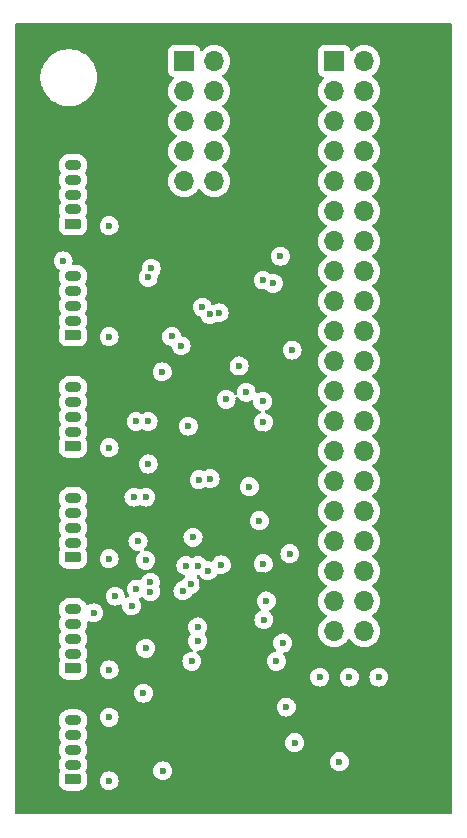
<source format=gbr>
%TF.GenerationSoftware,KiCad,Pcbnew,8.0.7*%
%TF.CreationDate,2025-01-18T12:10:44-08:00*%
%TF.ProjectId,plex-loader,706c6578-2d6c-46f6-9164-65722e6b6963,rev?*%
%TF.SameCoordinates,Original*%
%TF.FileFunction,Copper,L2,Inr*%
%TF.FilePolarity,Positive*%
%FSLAX46Y46*%
G04 Gerber Fmt 4.6, Leading zero omitted, Abs format (unit mm)*
G04 Created by KiCad (PCBNEW 8.0.7) date 2025-01-18 12:10:44*
%MOMM*%
%LPD*%
G01*
G04 APERTURE LIST*
G04 Aperture macros list*
%AMRoundRect*
0 Rectangle with rounded corners*
0 $1 Rounding radius*
0 $2 $3 $4 $5 $6 $7 $8 $9 X,Y pos of 4 corners*
0 Add a 4 corners polygon primitive as box body*
4,1,4,$2,$3,$4,$5,$6,$7,$8,$9,$2,$3,0*
0 Add four circle primitives for the rounded corners*
1,1,$1+$1,$2,$3*
1,1,$1+$1,$4,$5*
1,1,$1+$1,$6,$7*
1,1,$1+$1,$8,$9*
0 Add four rect primitives between the rounded corners*
20,1,$1+$1,$2,$3,$4,$5,0*
20,1,$1+$1,$4,$5,$6,$7,0*
20,1,$1+$1,$6,$7,$8,$9,0*
20,1,$1+$1,$8,$9,$2,$3,0*%
G04 Aperture macros list end*
%TA.AperFunction,ComponentPad*%
%ADD10RoundRect,0.225000X0.475000X-0.225000X0.475000X0.225000X-0.475000X0.225000X-0.475000X-0.225000X0*%
%TD*%
%TA.AperFunction,ComponentPad*%
%ADD11O,1.400000X0.900000*%
%TD*%
%TA.AperFunction,ComponentPad*%
%ADD12R,1.700000X1.700000*%
%TD*%
%TA.AperFunction,ComponentPad*%
%ADD13O,1.700000X1.700000*%
%TD*%
%TA.AperFunction,ViaPad*%
%ADD14C,0.600000*%
%TD*%
G04 APERTURE END LIST*
D10*
%TO.N,/MCLR6*%
%TO.C,J6*%
X55432500Y-114500000D03*
D11*
%TO.N,unconnected-(J6-Pin_2-Pad2)*%
X55432500Y-113250000D03*
%TO.N,unconnected-(J6-Pin_3-Pad3)*%
X55432500Y-112000000D03*
%TO.N,/PGD6*%
X55432500Y-110750000D03*
%TO.N,/PGC6*%
X55432500Y-109500000D03*
%TD*%
D12*
%TO.N,unconnected-(J10-Pin_1-Pad1)*%
%TO.C,J10*%
X64859000Y-53683000D03*
D13*
%TO.N,unconnected-(J10-Pin_2-Pad2)*%
X67399000Y-53683000D03*
%TO.N,unconnected-(J10-Pin_3-Pad3)*%
X64859000Y-56223000D03*
%TO.N,unconnected-(J10-Pin_4-Pad4)*%
X67399000Y-56223000D03*
%TO.N,unconnected-(J10-Pin_5-Pad5)*%
X64859000Y-58763000D03*
%TO.N,unconnected-(J10-Pin_6-Pad6)*%
X67399000Y-58763000D03*
%TO.N,unconnected-(J10-Pin_7-Pad7)*%
X64859000Y-61303000D03*
%TO.N,unconnected-(J10-Pin_8-Pad8)*%
X67399000Y-61303000D03*
%TO.N,unconnected-(J10-Pin_9-Pad9)*%
X64859000Y-63843000D03*
%TO.N,unconnected-(J10-Pin_10-Pad10)*%
X67399000Y-63843000D03*
%TD*%
D10*
%TO.N,/MCLR3*%
%TO.C,J3*%
X55432500Y-86300000D03*
D11*
%TO.N,unconnected-(J3-Pin_2-Pad2)*%
X55432500Y-85050000D03*
%TO.N,unconnected-(J3-Pin_3-Pad3)*%
X55432500Y-83800000D03*
%TO.N,/PGD3*%
X55432500Y-82550000D03*
%TO.N,/PGC3*%
X55432500Y-81300000D03*
%TD*%
D10*
%TO.N,/MCLR4*%
%TO.C,J4*%
X55432500Y-95700000D03*
D11*
%TO.N,unconnected-(J4-Pin_2-Pad2)*%
X55432500Y-94450000D03*
%TO.N,unconnected-(J4-Pin_3-Pad3)*%
X55432500Y-93200000D03*
%TO.N,/PGD4*%
X55432500Y-91950000D03*
%TO.N,/PGC4*%
X55432500Y-90700000D03*
%TD*%
D12*
%TO.N,+3.3V*%
%TO.C,J9*%
X77559000Y-53683000D03*
D13*
%TO.N,+5V*%
X80099000Y-53683000D03*
%TO.N,/GPIO2*%
X77559000Y-56223000D03*
%TO.N,+5V*%
X80099000Y-56223000D03*
%TO.N,/GPIO3*%
X77559000Y-58763000D03*
%TO.N,GND*%
X80099000Y-58763000D03*
%TO.N,unconnected-(J9-Pin_7-Pad7)*%
X77559000Y-61303000D03*
%TO.N,unconnected-(J9-Pin_8-Pad8)*%
X80099000Y-61303000D03*
%TO.N,unconnected-(J9-Pin_9-Pad9)*%
X77559000Y-63843000D03*
%TO.N,unconnected-(J9-Pin_10-Pad10)*%
X80099000Y-63843000D03*
%TO.N,/GPIO17*%
X77559000Y-66383000D03*
%TO.N,/GPIO18*%
X80099000Y-66383000D03*
%TO.N,/GPIO27*%
X77559000Y-68923000D03*
%TO.N,unconnected-(J9-Pin_14-Pad14)*%
X80099000Y-68923000D03*
%TO.N,/GPIO22*%
X77559000Y-71463000D03*
%TO.N,/GPIO23*%
X80099000Y-71463000D03*
%TO.N,unconnected-(J9-Pin_17-Pad17)*%
X77559000Y-74003000D03*
%TO.N,/GPIO24*%
X80099000Y-74003000D03*
%TO.N,/GPIO10*%
X77559000Y-76543000D03*
%TO.N,unconnected-(J9-Pin_20-Pad20)*%
X80099000Y-76543000D03*
%TO.N,unconnected-(J9-Pin_21-Pad21)*%
X77559000Y-79083000D03*
%TO.N,/GPIO25*%
X80099000Y-79083000D03*
%TO.N,unconnected-(J9-Pin_23-Pad23)*%
X77559000Y-81623000D03*
%TO.N,unconnected-(J9-Pin_24-Pad24)*%
X80099000Y-81623000D03*
%TO.N,unconnected-(J9-Pin_25-Pad25)*%
X77559000Y-84163000D03*
%TO.N,unconnected-(J9-Pin_26-Pad26)*%
X80099000Y-84163000D03*
%TO.N,unconnected-(J9-Pin_27-Pad27)*%
X77559000Y-86703000D03*
%TO.N,unconnected-(J9-Pin_28-Pad28)*%
X80099000Y-86703000D03*
%TO.N,unconnected-(J9-Pin_29-Pad29)*%
X77559000Y-89243000D03*
%TO.N,unconnected-(J9-Pin_30-Pad30)*%
X80099000Y-89243000D03*
%TO.N,unconnected-(J9-Pin_31-Pad31)*%
X77559000Y-91783000D03*
%TO.N,unconnected-(J9-Pin_32-Pad32)*%
X80099000Y-91783000D03*
%TO.N,unconnected-(J9-Pin_33-Pad33)*%
X77559000Y-94323000D03*
%TO.N,unconnected-(J9-Pin_34-Pad34)*%
X80099000Y-94323000D03*
%TO.N,unconnected-(J9-Pin_35-Pad35)*%
X77559000Y-96863000D03*
%TO.N,unconnected-(J9-Pin_36-Pad36)*%
X80099000Y-96863000D03*
%TO.N,unconnected-(J9-Pin_37-Pad37)*%
X77559000Y-99403000D03*
%TO.N,unconnected-(J9-Pin_38-Pad38)*%
X80099000Y-99403000D03*
%TO.N,unconnected-(J9-Pin_39-Pad39)*%
X77559000Y-101943000D03*
%TO.N,unconnected-(J9-Pin_40-Pad40)*%
X80099000Y-101943000D03*
%TD*%
D10*
%TO.N,/MCLR2*%
%TO.C,J2*%
X55432500Y-76900000D03*
D11*
%TO.N,unconnected-(J2-Pin_2-Pad2)*%
X55432500Y-75650000D03*
%TO.N,unconnected-(J2-Pin_3-Pad3)*%
X55432500Y-74400000D03*
%TO.N,/PGD2*%
X55432500Y-73150000D03*
%TO.N,/PGC2*%
X55432500Y-71900000D03*
%TD*%
D10*
%TO.N,/MCLR5*%
%TO.C,J5*%
X55432500Y-105100000D03*
D11*
%TO.N,unconnected-(J5-Pin_2-Pad2)*%
X55432500Y-103850000D03*
%TO.N,unconnected-(J5-Pin_3-Pad3)*%
X55432500Y-102600000D03*
%TO.N,/PGD5*%
X55432500Y-101350000D03*
%TO.N,/PGC5*%
X55432500Y-100100000D03*
%TD*%
D10*
%TO.N,/MCLR1*%
%TO.C,J1*%
X55432500Y-67500000D03*
D11*
%TO.N,unconnected-(J1-Pin_2-Pad2)*%
X55432500Y-66250000D03*
%TO.N,unconnected-(J1-Pin_3-Pad3)*%
X55432500Y-65000000D03*
%TO.N,/PGD1*%
X55432500Y-63750000D03*
%TO.N,/PGC1*%
X55432500Y-62500000D03*
%TD*%
D14*
%TO.N,/dspic/B11*%
X74200000Y-111400000D03*
%TO.N,/dspic/B6*%
X60943094Y-94343094D03*
X60400000Y-99800000D03*
X66000000Y-101600000D03*
%TO.N,/dspic/B3*%
X61400000Y-107200000D03*
%TO.N,/dspic/B4*%
X61600000Y-103400000D03*
X57200000Y-100400000D03*
X54600000Y-70600000D03*
%TO.N,/dspic/B5*%
X68000000Y-96340877D03*
X61800000Y-87800000D03*
X60800000Y-84200000D03*
%TO.N,GND*%
X58500000Y-95823750D03*
%TO.N,/GPIO17*%
X60600000Y-90600000D03*
X62052983Y-71241051D03*
X62999997Y-80000000D03*
%TO.N,/GPIO3*%
X63800000Y-77000000D03*
X68400000Y-82324265D03*
%TO.N,/GPIO18*%
X64600000Y-77800000D03*
%TO.N,/GPIO23*%
X73800000Y-95400000D03*
X71800000Y-99400000D03*
%TO.N,VDD*%
X58400000Y-106600000D03*
%TO.N,/dspic/B2*%
X58500000Y-109248750D03*
%TO.N,/dspic/B7*%
X66000000Y-102800000D03*
%TO.N,/GPIO2*%
X73200000Y-102951473D03*
%TO.N,/GPIO10*%
X65200000Y-84600000D03*
X61600000Y-90600000D03*
X73000000Y-70200000D03*
%TO.N,/PGD1*%
X61800000Y-84200000D03*
X61800000Y-72000000D03*
%TO.N,/PGD6*%
X71220728Y-92600000D03*
X71600000Y-101000000D03*
%TO.N,/PGC2*%
X65000000Y-96400000D03*
X61600000Y-95948930D03*
%TO.N,/PGC3*%
X62000000Y-98600000D03*
X64747481Y-98524998D03*
X59005855Y-98984280D03*
%TO.N,/MCLR3*%
X66397936Y-74524998D03*
%TO.N,/MCLR4*%
X67000000Y-75124998D03*
%TO.N,/MCLR5*%
X67800000Y-75000000D03*
%TO.N,/PGC4*%
X66000000Y-96400000D03*
X65600000Y-94000000D03*
%TO.N,/PGC5*%
X62000000Y-97800000D03*
%TO.N,/PGD5*%
X66123526Y-89125001D03*
X60800000Y-98384280D03*
%TO.N,/MCLR6*%
X72651471Y-104500000D03*
X70100000Y-81729275D03*
%TO.N,/dspic/B10*%
X78000000Y-113000000D03*
%TO.N,/PGD8*%
X67048528Y-89048528D03*
%TO.N,/PGC8*%
X65500000Y-104500000D03*
%TO.N,/MCLR8*%
X69500000Y-79500000D03*
%TO.N,VDD*%
X66035000Y-114000000D03*
%TO.N,GND*%
X63035000Y-113775000D03*
X73500000Y-108375000D03*
%TO.N,VDD*%
X73500000Y-100275000D03*
%TO.N,GND*%
X65420000Y-98000000D03*
%TO.N,VDD*%
X67975000Y-98000000D03*
X66380000Y-98000000D03*
%TO.N,/GPIO22*%
X71500000Y-82500000D03*
%TO.N,/GPIO27*%
X72400000Y-72500000D03*
%TO.N,VDD*%
X81331500Y-111132500D03*
%TO.N,GND*%
X81331500Y-105850000D03*
X78831500Y-105850000D03*
X76331500Y-105850000D03*
X58500000Y-114623750D03*
X58500000Y-105223750D03*
X71547199Y-96245001D03*
%TO.N,VDD*%
X71547199Y-97205001D03*
%TO.N,GND*%
X71547199Y-84266301D03*
%TO.N,VDD*%
X71547199Y-85226301D03*
%TO.N,GND*%
X58500000Y-67623750D03*
X58500000Y-77023750D03*
X58500000Y-86423750D03*
X74000000Y-78150000D03*
%TO.N,VDD*%
X71547199Y-73205001D03*
%TO.N,GND*%
X71547199Y-72245001D03*
%TO.N,VDD*%
X71500000Y-57800000D03*
X72449960Y-57800000D03*
X71500000Y-53000000D03*
X72449960Y-53000000D03*
%TO.N,/GPIO24*%
X70372199Y-89725001D03*
%TO.N,/PGC5*%
X66880996Y-96832467D03*
%TD*%
%TA.AperFunction,Conductor*%
%TO.N,VDD*%
G36*
X87492939Y-50520185D02*
G01*
X87538694Y-50572989D01*
X87549900Y-50624500D01*
X87549900Y-117350900D01*
X87530215Y-117417939D01*
X87477411Y-117463694D01*
X87425900Y-117474900D01*
X50624500Y-117474900D01*
X50557461Y-117455215D01*
X50511706Y-117402411D01*
X50500500Y-117350900D01*
X50500500Y-109406379D01*
X54232000Y-109406379D01*
X54232000Y-109593620D01*
X54268525Y-109777243D01*
X54268527Y-109777251D01*
X54340176Y-109950228D01*
X54340180Y-109950235D01*
X54410923Y-110056110D01*
X54431800Y-110122787D01*
X54413315Y-110190167D01*
X54410923Y-110193890D01*
X54340180Y-110299764D01*
X54340176Y-110299771D01*
X54268527Y-110472748D01*
X54268525Y-110472756D01*
X54232000Y-110656379D01*
X54232000Y-110843620D01*
X54268525Y-111027243D01*
X54268527Y-111027251D01*
X54340176Y-111200228D01*
X54340180Y-111200235D01*
X54410923Y-111306110D01*
X54431800Y-111372787D01*
X54413315Y-111440167D01*
X54410923Y-111443890D01*
X54340180Y-111549764D01*
X54340176Y-111549771D01*
X54268527Y-111722748D01*
X54268525Y-111722756D01*
X54232000Y-111906379D01*
X54232000Y-112093620D01*
X54268525Y-112277243D01*
X54268527Y-112277251D01*
X54340176Y-112450228D01*
X54340180Y-112450235D01*
X54410923Y-112556110D01*
X54431800Y-112622787D01*
X54413315Y-112690167D01*
X54410923Y-112693890D01*
X54340180Y-112799764D01*
X54340176Y-112799771D01*
X54268527Y-112972748D01*
X54268525Y-112972756D01*
X54232000Y-113156379D01*
X54232000Y-113343620D01*
X54268525Y-113527243D01*
X54268527Y-113527251D01*
X54340177Y-113700230D01*
X54352650Y-113718897D01*
X54357254Y-113725788D01*
X54358041Y-113726965D01*
X54378919Y-113793643D01*
X54360478Y-113860953D01*
X54295498Y-113966300D01*
X54295496Y-113966305D01*
X54242151Y-114127290D01*
X54232000Y-114226647D01*
X54232000Y-114773337D01*
X54232001Y-114773355D01*
X54242150Y-114872707D01*
X54242151Y-114872710D01*
X54295496Y-115033694D01*
X54295501Y-115033705D01*
X54384529Y-115178040D01*
X54384532Y-115178044D01*
X54504455Y-115297967D01*
X54504459Y-115297970D01*
X54648794Y-115386998D01*
X54648797Y-115386999D01*
X54648803Y-115387003D01*
X54809792Y-115440349D01*
X54909155Y-115450500D01*
X55955844Y-115450499D01*
X55955852Y-115450498D01*
X55955855Y-115450498D01*
X56010260Y-115444940D01*
X56055208Y-115440349D01*
X56216197Y-115387003D01*
X56360544Y-115297968D01*
X56480468Y-115178044D01*
X56569503Y-115033697D01*
X56622849Y-114872708D01*
X56633000Y-114773345D01*
X56633000Y-114623746D01*
X57694435Y-114623746D01*
X57694435Y-114623753D01*
X57714630Y-114802999D01*
X57714631Y-114803004D01*
X57774211Y-114973273D01*
X57870184Y-115126012D01*
X57997738Y-115253566D01*
X58150478Y-115349539D01*
X58257530Y-115386998D01*
X58320745Y-115409118D01*
X58320750Y-115409119D01*
X58499996Y-115429315D01*
X58500000Y-115429315D01*
X58500004Y-115429315D01*
X58679249Y-115409119D01*
X58679252Y-115409118D01*
X58679255Y-115409118D01*
X58849522Y-115349539D01*
X59002262Y-115253566D01*
X59129816Y-115126012D01*
X59225789Y-114973272D01*
X59285368Y-114803005D01*
X59305565Y-114623750D01*
X59300699Y-114580565D01*
X59285369Y-114444500D01*
X59285368Y-114444495D01*
X59271483Y-114404815D01*
X59225789Y-114274228D01*
X59129816Y-114121488D01*
X59002262Y-113993934D01*
X58958280Y-113966298D01*
X58849523Y-113897961D01*
X58679254Y-113838381D01*
X58679249Y-113838380D01*
X58500004Y-113818185D01*
X58499996Y-113818185D01*
X58320750Y-113838380D01*
X58320745Y-113838381D01*
X58150476Y-113897961D01*
X57997737Y-113993934D01*
X57870184Y-114121487D01*
X57774211Y-114274226D01*
X57714631Y-114444495D01*
X57714630Y-114444500D01*
X57694435Y-114623746D01*
X56633000Y-114623746D01*
X56632999Y-114226656D01*
X56622849Y-114127292D01*
X56569503Y-113966303D01*
X56504521Y-113860952D01*
X56486081Y-113793561D01*
X56491901Y-113774996D01*
X62229435Y-113774996D01*
X62229435Y-113775003D01*
X62249630Y-113954249D01*
X62249631Y-113954254D01*
X62309211Y-114124523D01*
X62373380Y-114226647D01*
X62405184Y-114277262D01*
X62532738Y-114404816D01*
X62685478Y-114500789D01*
X62855745Y-114560368D01*
X62855750Y-114560369D01*
X63034996Y-114580565D01*
X63035000Y-114580565D01*
X63035004Y-114580565D01*
X63214249Y-114560369D01*
X63214252Y-114560368D01*
X63214255Y-114560368D01*
X63384522Y-114500789D01*
X63537262Y-114404816D01*
X63664816Y-114277262D01*
X63760789Y-114124522D01*
X63820368Y-113954255D01*
X63826711Y-113897961D01*
X63840565Y-113775003D01*
X63840565Y-113774996D01*
X63820369Y-113595750D01*
X63820368Y-113595745D01*
X63760788Y-113425476D01*
X63664815Y-113272737D01*
X63537262Y-113145184D01*
X63384523Y-113049211D01*
X63243875Y-112999996D01*
X77194435Y-112999996D01*
X77194435Y-113000003D01*
X77214630Y-113179249D01*
X77214631Y-113179254D01*
X77274211Y-113349523D01*
X77321936Y-113425476D01*
X77370184Y-113502262D01*
X77497738Y-113629816D01*
X77650478Y-113725789D01*
X77791104Y-113774996D01*
X77820745Y-113785368D01*
X77820750Y-113785369D01*
X77999996Y-113805565D01*
X78000000Y-113805565D01*
X78000004Y-113805565D01*
X78179249Y-113785369D01*
X78179252Y-113785368D01*
X78179255Y-113785368D01*
X78349522Y-113725789D01*
X78502262Y-113629816D01*
X78629816Y-113502262D01*
X78725789Y-113349522D01*
X78785368Y-113179255D01*
X78787945Y-113156383D01*
X78805565Y-113000003D01*
X78805565Y-112999996D01*
X78785369Y-112820750D01*
X78785368Y-112820745D01*
X78740980Y-112693891D01*
X78725789Y-112650478D01*
X78721776Y-112644092D01*
X78668833Y-112559833D01*
X78629816Y-112497738D01*
X78502262Y-112370184D01*
X78349523Y-112274211D01*
X78179254Y-112214631D01*
X78179249Y-112214630D01*
X78000004Y-112194435D01*
X77999996Y-112194435D01*
X77820750Y-112214630D01*
X77820745Y-112214631D01*
X77650476Y-112274211D01*
X77497737Y-112370184D01*
X77370184Y-112497737D01*
X77274211Y-112650476D01*
X77214631Y-112820745D01*
X77214630Y-112820750D01*
X77194435Y-112999996D01*
X63243875Y-112999996D01*
X63214254Y-112989631D01*
X63214249Y-112989630D01*
X63035004Y-112969435D01*
X63034996Y-112969435D01*
X62855750Y-112989630D01*
X62855745Y-112989631D01*
X62685476Y-113049211D01*
X62532737Y-113145184D01*
X62405184Y-113272737D01*
X62309211Y-113425476D01*
X62249631Y-113595745D01*
X62249630Y-113595750D01*
X62229435Y-113774996D01*
X56491901Y-113774996D01*
X56506959Y-113726964D01*
X56524822Y-113700231D01*
X56596473Y-113527251D01*
X56633000Y-113343616D01*
X56633000Y-113156384D01*
X56596473Y-112972749D01*
X56524822Y-112799769D01*
X56524819Y-112799764D01*
X56524818Y-112799762D01*
X56454077Y-112693891D01*
X56433199Y-112627213D01*
X56451683Y-112559833D01*
X56454077Y-112556109D01*
X56524818Y-112450237D01*
X56524819Y-112450235D01*
X56524822Y-112450231D01*
X56596473Y-112277251D01*
X56633000Y-112093616D01*
X56633000Y-111906384D01*
X56596473Y-111722749D01*
X56524822Y-111549769D01*
X56524819Y-111549764D01*
X56524818Y-111549762D01*
X56454077Y-111443891D01*
X56440333Y-111399996D01*
X73394435Y-111399996D01*
X73394435Y-111400003D01*
X73414630Y-111579249D01*
X73414631Y-111579254D01*
X73474211Y-111749523D01*
X73570184Y-111902262D01*
X73697738Y-112029816D01*
X73850478Y-112125789D01*
X74020745Y-112185368D01*
X74020750Y-112185369D01*
X74199996Y-112205565D01*
X74200000Y-112205565D01*
X74200004Y-112205565D01*
X74379249Y-112185369D01*
X74379252Y-112185368D01*
X74379255Y-112185368D01*
X74549522Y-112125789D01*
X74702262Y-112029816D01*
X74829816Y-111902262D01*
X74925789Y-111749522D01*
X74985368Y-111579255D01*
X74988690Y-111549771D01*
X75005565Y-111400003D01*
X75005565Y-111399996D01*
X74985369Y-111220750D01*
X74985368Y-111220745D01*
X74925788Y-111050476D01*
X74829815Y-110897737D01*
X74702262Y-110770184D01*
X74549523Y-110674211D01*
X74379254Y-110614631D01*
X74379249Y-110614630D01*
X74200004Y-110594435D01*
X74199996Y-110594435D01*
X74020750Y-110614630D01*
X74020745Y-110614631D01*
X73850476Y-110674211D01*
X73697737Y-110770184D01*
X73570184Y-110897737D01*
X73474211Y-111050476D01*
X73414631Y-111220745D01*
X73414630Y-111220750D01*
X73394435Y-111399996D01*
X56440333Y-111399996D01*
X56433199Y-111377213D01*
X56451683Y-111309833D01*
X56454077Y-111306109D01*
X56524818Y-111200237D01*
X56524819Y-111200235D01*
X56524822Y-111200231D01*
X56596473Y-111027251D01*
X56633000Y-110843616D01*
X56633000Y-110656384D01*
X56596473Y-110472749D01*
X56524822Y-110299769D01*
X56524819Y-110299764D01*
X56524818Y-110299762D01*
X56454077Y-110193891D01*
X56433199Y-110127213D01*
X56451683Y-110059833D01*
X56454077Y-110056109D01*
X56524818Y-109950237D01*
X56524819Y-109950235D01*
X56524822Y-109950231D01*
X56596473Y-109777251D01*
X56633000Y-109593616D01*
X56633000Y-109406384D01*
X56601644Y-109248746D01*
X57694435Y-109248746D01*
X57694435Y-109248753D01*
X57714630Y-109427999D01*
X57714631Y-109428004D01*
X57774211Y-109598273D01*
X57870184Y-109751012D01*
X57997738Y-109878566D01*
X58088080Y-109935332D01*
X58111801Y-109950237D01*
X58150478Y-109974539D01*
X58320745Y-110034118D01*
X58320750Y-110034119D01*
X58499996Y-110054315D01*
X58500000Y-110054315D01*
X58500004Y-110054315D01*
X58679249Y-110034119D01*
X58679252Y-110034118D01*
X58679255Y-110034118D01*
X58849522Y-109974539D01*
X59002262Y-109878566D01*
X59129816Y-109751012D01*
X59225789Y-109598272D01*
X59285368Y-109428005D01*
X59287804Y-109406384D01*
X59305565Y-109248753D01*
X59305565Y-109248746D01*
X59285369Y-109069500D01*
X59285368Y-109069495D01*
X59225788Y-108899226D01*
X59129815Y-108746487D01*
X59002262Y-108618934D01*
X58849523Y-108522961D01*
X58679254Y-108463381D01*
X58679249Y-108463380D01*
X58500004Y-108443185D01*
X58499996Y-108443185D01*
X58320750Y-108463380D01*
X58320745Y-108463381D01*
X58150476Y-108522961D01*
X57997737Y-108618934D01*
X57870184Y-108746487D01*
X57774211Y-108899226D01*
X57714631Y-109069495D01*
X57714630Y-109069500D01*
X57694435Y-109248746D01*
X56601644Y-109248746D01*
X56596473Y-109222749D01*
X56524822Y-109049769D01*
X56524821Y-109049768D01*
X56524818Y-109049762D01*
X56420802Y-108894092D01*
X56420799Y-108894088D01*
X56288411Y-108761700D01*
X56288407Y-108761697D01*
X56132737Y-108657681D01*
X56132728Y-108657676D01*
X55959751Y-108586027D01*
X55959743Y-108586025D01*
X55776120Y-108549500D01*
X55776116Y-108549500D01*
X55088884Y-108549500D01*
X55088879Y-108549500D01*
X54905256Y-108586025D01*
X54905248Y-108586027D01*
X54732271Y-108657676D01*
X54732262Y-108657681D01*
X54576592Y-108761697D01*
X54576588Y-108761700D01*
X54444200Y-108894088D01*
X54444197Y-108894092D01*
X54340181Y-109049762D01*
X54340176Y-109049771D01*
X54268527Y-109222748D01*
X54268525Y-109222756D01*
X54232000Y-109406379D01*
X50500500Y-109406379D01*
X50500500Y-108374996D01*
X72694435Y-108374996D01*
X72694435Y-108375003D01*
X72714630Y-108554249D01*
X72714631Y-108554254D01*
X72774211Y-108724523D01*
X72870184Y-108877262D01*
X72997738Y-109004816D01*
X73150478Y-109100789D01*
X73320745Y-109160368D01*
X73320750Y-109160369D01*
X73499996Y-109180565D01*
X73500000Y-109180565D01*
X73500004Y-109180565D01*
X73679249Y-109160369D01*
X73679252Y-109160368D01*
X73679255Y-109160368D01*
X73849522Y-109100789D01*
X74002262Y-109004816D01*
X74129816Y-108877262D01*
X74225789Y-108724522D01*
X74285368Y-108554255D01*
X74295607Y-108463380D01*
X74305565Y-108375003D01*
X74305565Y-108374996D01*
X74285369Y-108195750D01*
X74285368Y-108195745D01*
X74225788Y-108025476D01*
X74163150Y-107925789D01*
X74129816Y-107872738D01*
X74002262Y-107745184D01*
X73849523Y-107649211D01*
X73679254Y-107589631D01*
X73679249Y-107589630D01*
X73500004Y-107569435D01*
X73499996Y-107569435D01*
X73320750Y-107589630D01*
X73320745Y-107589631D01*
X73150476Y-107649211D01*
X72997737Y-107745184D01*
X72870184Y-107872737D01*
X72774211Y-108025476D01*
X72714631Y-108195745D01*
X72714630Y-108195750D01*
X72694435Y-108374996D01*
X50500500Y-108374996D01*
X50500500Y-107199996D01*
X60594435Y-107199996D01*
X60594435Y-107200003D01*
X60614630Y-107379249D01*
X60614631Y-107379254D01*
X60674211Y-107549523D01*
X60736850Y-107649211D01*
X60770184Y-107702262D01*
X60897738Y-107829816D01*
X61050478Y-107925789D01*
X61220745Y-107985368D01*
X61220750Y-107985369D01*
X61399996Y-108005565D01*
X61400000Y-108005565D01*
X61400004Y-108005565D01*
X61579249Y-107985369D01*
X61579252Y-107985368D01*
X61579255Y-107985368D01*
X61749522Y-107925789D01*
X61902262Y-107829816D01*
X62029816Y-107702262D01*
X62125789Y-107549522D01*
X62185368Y-107379255D01*
X62205565Y-107200000D01*
X62185368Y-107020745D01*
X62125789Y-106850478D01*
X62029816Y-106697738D01*
X61902262Y-106570184D01*
X61749523Y-106474211D01*
X61579254Y-106414631D01*
X61579249Y-106414630D01*
X61400004Y-106394435D01*
X61399996Y-106394435D01*
X61220750Y-106414630D01*
X61220745Y-106414631D01*
X61050476Y-106474211D01*
X60897737Y-106570184D01*
X60770184Y-106697737D01*
X60674211Y-106850476D01*
X60614631Y-107020745D01*
X60614630Y-107020750D01*
X60594435Y-107199996D01*
X50500500Y-107199996D01*
X50500500Y-100006379D01*
X54232000Y-100006379D01*
X54232000Y-100193620D01*
X54268525Y-100377243D01*
X54268527Y-100377251D01*
X54340176Y-100550228D01*
X54340180Y-100550235D01*
X54410923Y-100656110D01*
X54431800Y-100722787D01*
X54413315Y-100790167D01*
X54410923Y-100793890D01*
X54340180Y-100899764D01*
X54340176Y-100899771D01*
X54268527Y-101072748D01*
X54268525Y-101072756D01*
X54232001Y-101256374D01*
X54232000Y-101256383D01*
X54232000Y-101443620D01*
X54268525Y-101627243D01*
X54268527Y-101627251D01*
X54340176Y-101800228D01*
X54340180Y-101800235D01*
X54410923Y-101906110D01*
X54431800Y-101972787D01*
X54413315Y-102040167D01*
X54410923Y-102043890D01*
X54340180Y-102149764D01*
X54340176Y-102149771D01*
X54268527Y-102322748D01*
X54268525Y-102322756D01*
X54232000Y-102506379D01*
X54232000Y-102693620D01*
X54268525Y-102877243D01*
X54268527Y-102877251D01*
X54340176Y-103050228D01*
X54340180Y-103050235D01*
X54410923Y-103156110D01*
X54431800Y-103222787D01*
X54413315Y-103290167D01*
X54410923Y-103293890D01*
X54340180Y-103399764D01*
X54340176Y-103399771D01*
X54268527Y-103572748D01*
X54268525Y-103572756D01*
X54232000Y-103756379D01*
X54232000Y-103943620D01*
X54268525Y-104127243D01*
X54268527Y-104127251D01*
X54340177Y-104300230D01*
X54358041Y-104326965D01*
X54378919Y-104393643D01*
X54360478Y-104460953D01*
X54295498Y-104566300D01*
X54295496Y-104566305D01*
X54242151Y-104727290D01*
X54232000Y-104826647D01*
X54232000Y-105373337D01*
X54232001Y-105373355D01*
X54242150Y-105472707D01*
X54242151Y-105472710D01*
X54295496Y-105633694D01*
X54295501Y-105633705D01*
X54384529Y-105778040D01*
X54384532Y-105778044D01*
X54504455Y-105897967D01*
X54504459Y-105897970D01*
X54648794Y-105986998D01*
X54648797Y-105986999D01*
X54648803Y-105987003D01*
X54809792Y-106040349D01*
X54909155Y-106050500D01*
X55955844Y-106050499D01*
X55955852Y-106050498D01*
X55955855Y-106050498D01*
X56010260Y-106044940D01*
X56055208Y-106040349D01*
X56216197Y-105987003D01*
X56360544Y-105897968D01*
X56480468Y-105778044D01*
X56569503Y-105633697D01*
X56622849Y-105472708D01*
X56633000Y-105373345D01*
X56633000Y-105223746D01*
X57694435Y-105223746D01*
X57694435Y-105223753D01*
X57714630Y-105402999D01*
X57714631Y-105403004D01*
X57774211Y-105573273D01*
X57870184Y-105726012D01*
X57997738Y-105853566D01*
X58150478Y-105949539D01*
X58257530Y-105986998D01*
X58320745Y-106009118D01*
X58320750Y-106009119D01*
X58499996Y-106029315D01*
X58500000Y-106029315D01*
X58500004Y-106029315D01*
X58679249Y-106009119D01*
X58679252Y-106009118D01*
X58679255Y-106009118D01*
X58849522Y-105949539D01*
X59002262Y-105853566D01*
X59005832Y-105849996D01*
X75525935Y-105849996D01*
X75525935Y-105850003D01*
X75546130Y-106029249D01*
X75546131Y-106029254D01*
X75605711Y-106199523D01*
X75701684Y-106352262D01*
X75829238Y-106479816D01*
X75919580Y-106536582D01*
X75973057Y-106570184D01*
X75981978Y-106575789D01*
X76152245Y-106635368D01*
X76152250Y-106635369D01*
X76331496Y-106655565D01*
X76331500Y-106655565D01*
X76331504Y-106655565D01*
X76510749Y-106635369D01*
X76510752Y-106635368D01*
X76510755Y-106635368D01*
X76681022Y-106575789D01*
X76833762Y-106479816D01*
X76961316Y-106352262D01*
X77057289Y-106199522D01*
X77116868Y-106029255D01*
X77121629Y-105987003D01*
X77137065Y-105850003D01*
X77137065Y-105849996D01*
X78025935Y-105849996D01*
X78025935Y-105850003D01*
X78046130Y-106029249D01*
X78046131Y-106029254D01*
X78105711Y-106199523D01*
X78201684Y-106352262D01*
X78329238Y-106479816D01*
X78419580Y-106536582D01*
X78473057Y-106570184D01*
X78481978Y-106575789D01*
X78652245Y-106635368D01*
X78652250Y-106635369D01*
X78831496Y-106655565D01*
X78831500Y-106655565D01*
X78831504Y-106655565D01*
X79010749Y-106635369D01*
X79010752Y-106635368D01*
X79010755Y-106635368D01*
X79181022Y-106575789D01*
X79333762Y-106479816D01*
X79461316Y-106352262D01*
X79557289Y-106199522D01*
X79616868Y-106029255D01*
X79621629Y-105987003D01*
X79637065Y-105850003D01*
X79637065Y-105849996D01*
X80525935Y-105849996D01*
X80525935Y-105850003D01*
X80546130Y-106029249D01*
X80546131Y-106029254D01*
X80605711Y-106199523D01*
X80701684Y-106352262D01*
X80829238Y-106479816D01*
X80919580Y-106536582D01*
X80973057Y-106570184D01*
X80981978Y-106575789D01*
X81152245Y-106635368D01*
X81152250Y-106635369D01*
X81331496Y-106655565D01*
X81331500Y-106655565D01*
X81331504Y-106655565D01*
X81510749Y-106635369D01*
X81510752Y-106635368D01*
X81510755Y-106635368D01*
X81681022Y-106575789D01*
X81833762Y-106479816D01*
X81961316Y-106352262D01*
X82057289Y-106199522D01*
X82116868Y-106029255D01*
X82121629Y-105987003D01*
X82137065Y-105850003D01*
X82137065Y-105849996D01*
X82116869Y-105670750D01*
X82116868Y-105670745D01*
X82057288Y-105500476D01*
X82018082Y-105438080D01*
X81961316Y-105347738D01*
X81833762Y-105220184D01*
X81681023Y-105124211D01*
X81510754Y-105064631D01*
X81510749Y-105064630D01*
X81331504Y-105044435D01*
X81331496Y-105044435D01*
X81152250Y-105064630D01*
X81152245Y-105064631D01*
X80981976Y-105124211D01*
X80829237Y-105220184D01*
X80701684Y-105347737D01*
X80605711Y-105500476D01*
X80546131Y-105670745D01*
X80546130Y-105670750D01*
X80525935Y-105849996D01*
X79637065Y-105849996D01*
X79616869Y-105670750D01*
X79616868Y-105670745D01*
X79557288Y-105500476D01*
X79518082Y-105438080D01*
X79461316Y-105347738D01*
X79333762Y-105220184D01*
X79181023Y-105124211D01*
X79010754Y-105064631D01*
X79010749Y-105064630D01*
X78831504Y-105044435D01*
X78831496Y-105044435D01*
X78652250Y-105064630D01*
X78652245Y-105064631D01*
X78481976Y-105124211D01*
X78329237Y-105220184D01*
X78201684Y-105347737D01*
X78105711Y-105500476D01*
X78046131Y-105670745D01*
X78046130Y-105670750D01*
X78025935Y-105849996D01*
X77137065Y-105849996D01*
X77116869Y-105670750D01*
X77116868Y-105670745D01*
X77057288Y-105500476D01*
X77018082Y-105438080D01*
X76961316Y-105347738D01*
X76833762Y-105220184D01*
X76681023Y-105124211D01*
X76510754Y-105064631D01*
X76510749Y-105064630D01*
X76331504Y-105044435D01*
X76331496Y-105044435D01*
X76152250Y-105064630D01*
X76152245Y-105064631D01*
X75981976Y-105124211D01*
X75829237Y-105220184D01*
X75701684Y-105347737D01*
X75605711Y-105500476D01*
X75546131Y-105670745D01*
X75546130Y-105670750D01*
X75525935Y-105849996D01*
X59005832Y-105849996D01*
X59129816Y-105726012D01*
X59225789Y-105573272D01*
X59285368Y-105403005D01*
X59296347Y-105305565D01*
X59305565Y-105223753D01*
X59305565Y-105223746D01*
X59285369Y-105044500D01*
X59285368Y-105044495D01*
X59225788Y-104874226D01*
X59133463Y-104727292D01*
X59129816Y-104721488D01*
X59002262Y-104593934D01*
X58958280Y-104566298D01*
X58852762Y-104499996D01*
X64694435Y-104499996D01*
X64694435Y-104500003D01*
X64714630Y-104679249D01*
X64714631Y-104679254D01*
X64774211Y-104849523D01*
X64870184Y-105002262D01*
X64997738Y-105129816D01*
X65088080Y-105186582D01*
X65147237Y-105223753D01*
X65150478Y-105225789D01*
X65320745Y-105285368D01*
X65320750Y-105285369D01*
X65499996Y-105305565D01*
X65500000Y-105305565D01*
X65500004Y-105305565D01*
X65679249Y-105285369D01*
X65679252Y-105285368D01*
X65679255Y-105285368D01*
X65849522Y-105225789D01*
X66002262Y-105129816D01*
X66129816Y-105002262D01*
X66225789Y-104849522D01*
X66285368Y-104679255D01*
X66285369Y-104679249D01*
X66305565Y-104500003D01*
X66305565Y-104499996D01*
X71845906Y-104499996D01*
X71845906Y-104500003D01*
X71866101Y-104679249D01*
X71866102Y-104679254D01*
X71925682Y-104849523D01*
X72021655Y-105002262D01*
X72149209Y-105129816D01*
X72239551Y-105186582D01*
X72298708Y-105223753D01*
X72301949Y-105225789D01*
X72472216Y-105285368D01*
X72472221Y-105285369D01*
X72651467Y-105305565D01*
X72651471Y-105305565D01*
X72651475Y-105305565D01*
X72830720Y-105285369D01*
X72830723Y-105285368D01*
X72830726Y-105285368D01*
X73000993Y-105225789D01*
X73153733Y-105129816D01*
X73281287Y-105002262D01*
X73377260Y-104849522D01*
X73436839Y-104679255D01*
X73436840Y-104679249D01*
X73457036Y-104500003D01*
X73457036Y-104499996D01*
X73436840Y-104320750D01*
X73436839Y-104320745D01*
X73389469Y-104185369D01*
X73377260Y-104150478D01*
X73362665Y-104127251D01*
X73281286Y-103997737D01*
X73238801Y-103955252D01*
X73205316Y-103893929D01*
X73210300Y-103824237D01*
X73252172Y-103768304D01*
X73312595Y-103744351D01*
X73379255Y-103736841D01*
X73549522Y-103677262D01*
X73702262Y-103581289D01*
X73829816Y-103453735D01*
X73925789Y-103300995D01*
X73985368Y-103130728D01*
X73994437Y-103050237D01*
X74005565Y-102951476D01*
X74005565Y-102951469D01*
X73985369Y-102772223D01*
X73985368Y-102772218D01*
X73951074Y-102674211D01*
X73925789Y-102601951D01*
X73921066Y-102594435D01*
X73865740Y-102506384D01*
X73829816Y-102449211D01*
X73702262Y-102321657D01*
X73648190Y-102287681D01*
X73549523Y-102225684D01*
X73379254Y-102166104D01*
X73379249Y-102166103D01*
X73200004Y-102145908D01*
X73199996Y-102145908D01*
X73020750Y-102166103D01*
X73020745Y-102166104D01*
X72850476Y-102225684D01*
X72697737Y-102321657D01*
X72570184Y-102449210D01*
X72474211Y-102601949D01*
X72414631Y-102772218D01*
X72414630Y-102772223D01*
X72394435Y-102951469D01*
X72394435Y-102951476D01*
X72414630Y-103130722D01*
X72414631Y-103130727D01*
X72474211Y-103300996D01*
X72570184Y-103453735D01*
X72612669Y-103496220D01*
X72646154Y-103557543D01*
X72641170Y-103627235D01*
X72599298Y-103683168D01*
X72538872Y-103707121D01*
X72472220Y-103714630D01*
X72472216Y-103714631D01*
X72301947Y-103774211D01*
X72149208Y-103870184D01*
X72021655Y-103997737D01*
X71925682Y-104150476D01*
X71866102Y-104320745D01*
X71866101Y-104320750D01*
X71845906Y-104499996D01*
X66305565Y-104499996D01*
X66285369Y-104320750D01*
X66285368Y-104320745D01*
X66237998Y-104185369D01*
X66225789Y-104150478D01*
X66211194Y-104127251D01*
X66129815Y-103997737D01*
X66002262Y-103870184D01*
X65944868Y-103834120D01*
X65898578Y-103781787D01*
X65887930Y-103712734D01*
X65916305Y-103648885D01*
X65974694Y-103610513D01*
X65996958Y-103605908D01*
X66179249Y-103585369D01*
X66179252Y-103585368D01*
X66179255Y-103585368D01*
X66349522Y-103525789D01*
X66502262Y-103429816D01*
X66629816Y-103302262D01*
X66725789Y-103149522D01*
X66785368Y-102979255D01*
X66788498Y-102951476D01*
X66805565Y-102800003D01*
X66805565Y-102799996D01*
X66785369Y-102620750D01*
X66785368Y-102620745D01*
X66745351Y-102506383D01*
X66725789Y-102450478D01*
X66724992Y-102449210D01*
X66629815Y-102297737D01*
X66619759Y-102287681D01*
X66586274Y-102226358D01*
X66591258Y-102156666D01*
X66619759Y-102112319D01*
X66629816Y-102102262D01*
X66725789Y-101949522D01*
X66785368Y-101779255D01*
X66791392Y-101725789D01*
X66805565Y-101600003D01*
X66805565Y-101599996D01*
X66785369Y-101420750D01*
X66785368Y-101420745D01*
X66730930Y-101265171D01*
X66725789Y-101250478D01*
X66629816Y-101097738D01*
X66532074Y-100999996D01*
X70794435Y-100999996D01*
X70794435Y-101000003D01*
X70814630Y-101179249D01*
X70814631Y-101179254D01*
X70874211Y-101349523D01*
X70933334Y-101443616D01*
X70970184Y-101502262D01*
X71097738Y-101629816D01*
X71188080Y-101686582D01*
X71221517Y-101707592D01*
X71250478Y-101725789D01*
X71403258Y-101779249D01*
X71420745Y-101785368D01*
X71420750Y-101785369D01*
X71599996Y-101805565D01*
X71600000Y-101805565D01*
X71600004Y-101805565D01*
X71779249Y-101785369D01*
X71779252Y-101785368D01*
X71779255Y-101785368D01*
X71949522Y-101725789D01*
X72102262Y-101629816D01*
X72229816Y-101502262D01*
X72325789Y-101349522D01*
X72385368Y-101179255D01*
X72391392Y-101125789D01*
X72405565Y-101000003D01*
X72405565Y-100999996D01*
X72385369Y-100820750D01*
X72385368Y-100820745D01*
X72332073Y-100668438D01*
X72325789Y-100650478D01*
X72229816Y-100497738D01*
X72102262Y-100370184D01*
X72102259Y-100370182D01*
X72087360Y-100360820D01*
X72041069Y-100308485D01*
X72030422Y-100239431D01*
X72058798Y-100175583D01*
X72112377Y-100138786D01*
X72149522Y-100125789D01*
X72302262Y-100029816D01*
X72429816Y-99902262D01*
X72525789Y-99749522D01*
X72585368Y-99579255D01*
X72585369Y-99579249D01*
X72605565Y-99400003D01*
X72605565Y-99399996D01*
X72585369Y-99220750D01*
X72585368Y-99220745D01*
X72543331Y-99100611D01*
X72525789Y-99050478D01*
X72503265Y-99014632D01*
X72429815Y-98897737D01*
X72302262Y-98770184D01*
X72149523Y-98674211D01*
X71979254Y-98614631D01*
X71979249Y-98614630D01*
X71800004Y-98594435D01*
X71799996Y-98594435D01*
X71620750Y-98614630D01*
X71620745Y-98614631D01*
X71450476Y-98674211D01*
X71297737Y-98770184D01*
X71170184Y-98897737D01*
X71074211Y-99050476D01*
X71014631Y-99220745D01*
X71014630Y-99220750D01*
X70994435Y-99399996D01*
X70994435Y-99400003D01*
X71014630Y-99579249D01*
X71014631Y-99579254D01*
X71074211Y-99749523D01*
X71147816Y-99866664D01*
X71170184Y-99902262D01*
X71297738Y-100029816D01*
X71312638Y-100039178D01*
X71358929Y-100091513D01*
X71369577Y-100160566D01*
X71341202Y-100224415D01*
X71287621Y-100261213D01*
X71250480Y-100274209D01*
X71097737Y-100370184D01*
X70970184Y-100497737D01*
X70874211Y-100650476D01*
X70814631Y-100820745D01*
X70814630Y-100820750D01*
X70794435Y-100999996D01*
X66532074Y-100999996D01*
X66502262Y-100970184D01*
X66349523Y-100874211D01*
X66179254Y-100814631D01*
X66179249Y-100814630D01*
X66000004Y-100794435D01*
X65999996Y-100794435D01*
X65820750Y-100814630D01*
X65820745Y-100814631D01*
X65650476Y-100874211D01*
X65497737Y-100970184D01*
X65370184Y-101097737D01*
X65274211Y-101250476D01*
X65214631Y-101420745D01*
X65214630Y-101420750D01*
X65194435Y-101599996D01*
X65194435Y-101600003D01*
X65214630Y-101779249D01*
X65214631Y-101779254D01*
X65274211Y-101949523D01*
X65370184Y-102102262D01*
X65380241Y-102112319D01*
X65413726Y-102173642D01*
X65408742Y-102243334D01*
X65380241Y-102287681D01*
X65370184Y-102297737D01*
X65274211Y-102450476D01*
X65214631Y-102620745D01*
X65214630Y-102620750D01*
X65194435Y-102799996D01*
X65194435Y-102800003D01*
X65214630Y-102979249D01*
X65214631Y-102979254D01*
X65274211Y-103149523D01*
X65370184Y-103302262D01*
X65497740Y-103429818D01*
X65555129Y-103465877D01*
X65601421Y-103518211D01*
X65612070Y-103587265D01*
X65583695Y-103651113D01*
X65525305Y-103689485D01*
X65503042Y-103694091D01*
X65320749Y-103714630D01*
X65320745Y-103714631D01*
X65150476Y-103774211D01*
X64997737Y-103870184D01*
X64870184Y-103997737D01*
X64774211Y-104150476D01*
X64714631Y-104320745D01*
X64714630Y-104320750D01*
X64694435Y-104499996D01*
X58852762Y-104499996D01*
X58849523Y-104497961D01*
X58679254Y-104438381D01*
X58679249Y-104438380D01*
X58500004Y-104418185D01*
X58499996Y-104418185D01*
X58320750Y-104438380D01*
X58320745Y-104438381D01*
X58150476Y-104497961D01*
X57997737Y-104593934D01*
X57870184Y-104721487D01*
X57774211Y-104874226D01*
X57714631Y-105044495D01*
X57714630Y-105044500D01*
X57694435Y-105223746D01*
X56633000Y-105223746D01*
X56632999Y-104826656D01*
X56622849Y-104727292D01*
X56569503Y-104566303D01*
X56504521Y-104460952D01*
X56486081Y-104393561D01*
X56506959Y-104326964D01*
X56524822Y-104300231D01*
X56596473Y-104127251D01*
X56633000Y-103943616D01*
X56633000Y-103756384D01*
X56596473Y-103572749D01*
X56524916Y-103399996D01*
X60794435Y-103399996D01*
X60794435Y-103400003D01*
X60814630Y-103579249D01*
X60814631Y-103579254D01*
X60874211Y-103749523D01*
X60950028Y-103870184D01*
X60970184Y-103902262D01*
X61097738Y-104029816D01*
X61250478Y-104125789D01*
X61420745Y-104185368D01*
X61420750Y-104185369D01*
X61599996Y-104205565D01*
X61600000Y-104205565D01*
X61600004Y-104205565D01*
X61779249Y-104185369D01*
X61779252Y-104185368D01*
X61779255Y-104185368D01*
X61949522Y-104125789D01*
X62102262Y-104029816D01*
X62229816Y-103902262D01*
X62325789Y-103749522D01*
X62385368Y-103579255D01*
X62385369Y-103579249D01*
X62405565Y-103400003D01*
X62405565Y-103399996D01*
X62385369Y-103220750D01*
X62385368Y-103220745D01*
X62353869Y-103130727D01*
X62325789Y-103050478D01*
X62325636Y-103050235D01*
X62229815Y-102897737D01*
X62102262Y-102770184D01*
X61949523Y-102674211D01*
X61779254Y-102614631D01*
X61779249Y-102614630D01*
X61600004Y-102594435D01*
X61599996Y-102594435D01*
X61420750Y-102614630D01*
X61420745Y-102614631D01*
X61250476Y-102674211D01*
X61097737Y-102770184D01*
X60970184Y-102897737D01*
X60874211Y-103050476D01*
X60814631Y-103220745D01*
X60814630Y-103220750D01*
X60794435Y-103399996D01*
X56524916Y-103399996D01*
X56524822Y-103399769D01*
X56524819Y-103399764D01*
X56524818Y-103399762D01*
X56454077Y-103293891D01*
X56433199Y-103227213D01*
X56451683Y-103159833D01*
X56454077Y-103156109D01*
X56524818Y-103050237D01*
X56524819Y-103050235D01*
X56524822Y-103050231D01*
X56596473Y-102877251D01*
X56633000Y-102693616D01*
X56633000Y-102506384D01*
X56596473Y-102322749D01*
X56524822Y-102149769D01*
X56524819Y-102149764D01*
X56524818Y-102149762D01*
X56454077Y-102043891D01*
X56433199Y-101977213D01*
X56451683Y-101909833D01*
X56454077Y-101906109D01*
X56524818Y-101800237D01*
X56524819Y-101800235D01*
X56524822Y-101800231D01*
X56596473Y-101627251D01*
X56633000Y-101443616D01*
X56633000Y-101256384D01*
X56628410Y-101233309D01*
X56634636Y-101163722D01*
X56677498Y-101108543D01*
X56743387Y-101085297D01*
X56811384Y-101101363D01*
X56815998Y-101104125D01*
X56850474Y-101125787D01*
X56850475Y-101125787D01*
X56850478Y-101125789D01*
X57003258Y-101179249D01*
X57020745Y-101185368D01*
X57020750Y-101185369D01*
X57199996Y-101205565D01*
X57200000Y-101205565D01*
X57200004Y-101205565D01*
X57379249Y-101185369D01*
X57379252Y-101185368D01*
X57379255Y-101185368D01*
X57549522Y-101125789D01*
X57702262Y-101029816D01*
X57829816Y-100902262D01*
X57925789Y-100749522D01*
X57985368Y-100579255D01*
X57985618Y-100577035D01*
X58005565Y-100400003D01*
X58005565Y-100399996D01*
X57985369Y-100220750D01*
X57985368Y-100220745D01*
X57960446Y-100149522D01*
X57925789Y-100050478D01*
X57922483Y-100045217D01*
X57881033Y-99979249D01*
X57829816Y-99897738D01*
X57702262Y-99770184D01*
X57669379Y-99749522D01*
X57549523Y-99674211D01*
X57379254Y-99614631D01*
X57379249Y-99614630D01*
X57200004Y-99594435D01*
X57199996Y-99594435D01*
X57020750Y-99614630D01*
X57020745Y-99614631D01*
X56850474Y-99674212D01*
X56724445Y-99753401D01*
X56657209Y-99772401D01*
X56590374Y-99752033D01*
X56545160Y-99698765D01*
X56543934Y-99695909D01*
X56524822Y-99649769D01*
X56524818Y-99649762D01*
X56420802Y-99494092D01*
X56420799Y-99494088D01*
X56288411Y-99361700D01*
X56288407Y-99361697D01*
X56132737Y-99257681D01*
X56132728Y-99257676D01*
X55959751Y-99186027D01*
X55959743Y-99186025D01*
X55776120Y-99149500D01*
X55776116Y-99149500D01*
X55088884Y-99149500D01*
X55088879Y-99149500D01*
X54905256Y-99186025D01*
X54905248Y-99186027D01*
X54732271Y-99257676D01*
X54732262Y-99257681D01*
X54576592Y-99361697D01*
X54576588Y-99361700D01*
X54444200Y-99494088D01*
X54444197Y-99494092D01*
X54340181Y-99649762D01*
X54340176Y-99649771D01*
X54268527Y-99822748D01*
X54268525Y-99822756D01*
X54232000Y-100006379D01*
X50500500Y-100006379D01*
X50500500Y-98984276D01*
X58200290Y-98984276D01*
X58200290Y-98984283D01*
X58220485Y-99163529D01*
X58220486Y-99163534D01*
X58280066Y-99333803D01*
X58353377Y-99450476D01*
X58376039Y-99486542D01*
X58503593Y-99614096D01*
X58656333Y-99710069D01*
X58769083Y-99749522D01*
X58826600Y-99769648D01*
X58826605Y-99769649D01*
X59005851Y-99789845D01*
X59005855Y-99789845D01*
X59005859Y-99789845D01*
X59185104Y-99769649D01*
X59185107Y-99769648D01*
X59185110Y-99769648D01*
X59355377Y-99710069D01*
X59405532Y-99678553D01*
X59472765Y-99659554D01*
X59539601Y-99679921D01*
X59584816Y-99733188D01*
X59594049Y-99793036D01*
X59594435Y-99793036D01*
X59594435Y-99795538D01*
X59594725Y-99797418D01*
X59594435Y-99799994D01*
X59594435Y-99800003D01*
X59614630Y-99979249D01*
X59614631Y-99979254D01*
X59674211Y-100149523D01*
X59752678Y-100274401D01*
X59770184Y-100302262D01*
X59897738Y-100429816D01*
X59916322Y-100441493D01*
X60005833Y-100497737D01*
X60050478Y-100525789D01*
X60120341Y-100550235D01*
X60220745Y-100585368D01*
X60220750Y-100585369D01*
X60399996Y-100605565D01*
X60400000Y-100605565D01*
X60400004Y-100605565D01*
X60579249Y-100585369D01*
X60579252Y-100585368D01*
X60579255Y-100585368D01*
X60749522Y-100525789D01*
X60902262Y-100429816D01*
X61029816Y-100302262D01*
X61125789Y-100149522D01*
X61185368Y-99979255D01*
X61205565Y-99800000D01*
X61205564Y-99799994D01*
X61185369Y-99620750D01*
X61185368Y-99620745D01*
X61125788Y-99450476D01*
X61037451Y-99309889D01*
X61018451Y-99242652D01*
X61038819Y-99175817D01*
X61092086Y-99130603D01*
X61101493Y-99126875D01*
X61107638Y-99124725D01*
X61110984Y-99123553D01*
X61149520Y-99110070D01*
X61156435Y-99105725D01*
X61206843Y-99074051D01*
X61274078Y-99055051D01*
X61340914Y-99075418D01*
X61365109Y-99097488D01*
X61365260Y-99097338D01*
X61368533Y-99100611D01*
X61369763Y-99101733D01*
X61370180Y-99102257D01*
X61370184Y-99102262D01*
X61497738Y-99229816D01*
X61650478Y-99325789D01*
X61753100Y-99361698D01*
X61820745Y-99385368D01*
X61820750Y-99385369D01*
X61999996Y-99405565D01*
X62000000Y-99405565D01*
X62000004Y-99405565D01*
X62179249Y-99385369D01*
X62179252Y-99385368D01*
X62179255Y-99385368D01*
X62349522Y-99325789D01*
X62502262Y-99229816D01*
X62629816Y-99102262D01*
X62725789Y-98949522D01*
X62785368Y-98779255D01*
X62786639Y-98767977D01*
X62805565Y-98600003D01*
X62805565Y-98599996D01*
X62797114Y-98524994D01*
X63941916Y-98524994D01*
X63941916Y-98525001D01*
X63962111Y-98704247D01*
X63962112Y-98704252D01*
X64021692Y-98874521D01*
X64109730Y-99014632D01*
X64117665Y-99027260D01*
X64245219Y-99154814D01*
X64397959Y-99250787D01*
X64532137Y-99297738D01*
X64568226Y-99310366D01*
X64568231Y-99310367D01*
X64747477Y-99330563D01*
X64747481Y-99330563D01*
X64747485Y-99330563D01*
X64926730Y-99310367D01*
X64926733Y-99310366D01*
X64926736Y-99310366D01*
X65097003Y-99250787D01*
X65249743Y-99154814D01*
X65377297Y-99027260D01*
X65473270Y-98874520D01*
X65474840Y-98870032D01*
X65515559Y-98813255D01*
X65578000Y-98787762D01*
X65599255Y-98785368D01*
X65769522Y-98725789D01*
X65922262Y-98629816D01*
X66049816Y-98502262D01*
X66145789Y-98349522D01*
X66205368Y-98179255D01*
X66207942Y-98156411D01*
X66225565Y-98000003D01*
X66225565Y-97999996D01*
X66205369Y-97820750D01*
X66205368Y-97820745D01*
X66182175Y-97754464D01*
X66145789Y-97650478D01*
X66127106Y-97620745D01*
X66076895Y-97540834D01*
X66049816Y-97497738D01*
X65964256Y-97412178D01*
X65930771Y-97350855D01*
X65935755Y-97281163D01*
X65977627Y-97225230D01*
X66038052Y-97201277D01*
X66081354Y-97196398D01*
X66150176Y-97208452D01*
X66200232Y-97253646D01*
X66251180Y-97334729D01*
X66378734Y-97462283D01*
X66435159Y-97497737D01*
X66516491Y-97548842D01*
X66531474Y-97558256D01*
X66647662Y-97598912D01*
X66701741Y-97617835D01*
X66701746Y-97617836D01*
X66880992Y-97638032D01*
X66880996Y-97638032D01*
X66881000Y-97638032D01*
X67060245Y-97617836D01*
X67060248Y-97617835D01*
X67060251Y-97617835D01*
X67230518Y-97558256D01*
X67383258Y-97462283D01*
X67510812Y-97334729D01*
X67606785Y-97181989D01*
X67609806Y-97175716D01*
X67611092Y-97176335D01*
X67647258Y-97125899D01*
X67712208Y-97100144D01*
X67764544Y-97106580D01*
X67820737Y-97126243D01*
X67820743Y-97126244D01*
X67820745Y-97126245D01*
X67820746Y-97126245D01*
X67820750Y-97126246D01*
X67999996Y-97146442D01*
X68000000Y-97146442D01*
X68000004Y-97146442D01*
X68179249Y-97126246D01*
X68179252Y-97126245D01*
X68179255Y-97126245D01*
X68349522Y-97066666D01*
X68502262Y-96970693D01*
X68629816Y-96843139D01*
X68725789Y-96690399D01*
X68785368Y-96520132D01*
X68787865Y-96497970D01*
X68805565Y-96340880D01*
X68805565Y-96340873D01*
X68794762Y-96244997D01*
X70741634Y-96244997D01*
X70741634Y-96245004D01*
X70761829Y-96424250D01*
X70761830Y-96424255D01*
X70821410Y-96594524D01*
X70909237Y-96734299D01*
X70917383Y-96747263D01*
X71044937Y-96874817D01*
X71135279Y-96931583D01*
X71197522Y-96970693D01*
X71197677Y-96970790D01*
X71322970Y-97014632D01*
X71367944Y-97030369D01*
X71367949Y-97030370D01*
X71547195Y-97050566D01*
X71547199Y-97050566D01*
X71547203Y-97050566D01*
X71726448Y-97030370D01*
X71726451Y-97030369D01*
X71726454Y-97030369D01*
X71896721Y-96970790D01*
X72049461Y-96874817D01*
X72177015Y-96747263D01*
X72272988Y-96594523D01*
X72332567Y-96424256D01*
X72335300Y-96400000D01*
X72352764Y-96245004D01*
X72352764Y-96244997D01*
X72332568Y-96065751D01*
X72332567Y-96065746D01*
X72322182Y-96036068D01*
X72272988Y-95895479D01*
X72177015Y-95742739D01*
X72049461Y-95615185D01*
X72049307Y-95615088D01*
X71896722Y-95519212D01*
X71726453Y-95459632D01*
X71726448Y-95459631D01*
X71547203Y-95439436D01*
X71547195Y-95439436D01*
X71367949Y-95459631D01*
X71367944Y-95459632D01*
X71197675Y-95519212D01*
X71044936Y-95615185D01*
X70917383Y-95742738D01*
X70821410Y-95895477D01*
X70761830Y-96065746D01*
X70761829Y-96065751D01*
X70741634Y-96244997D01*
X68794762Y-96244997D01*
X68785369Y-96161627D01*
X68785368Y-96161622D01*
X68773668Y-96128185D01*
X68725789Y-95991355D01*
X68699133Y-95948933D01*
X68629815Y-95838614D01*
X68502262Y-95711061D01*
X68349523Y-95615088D01*
X68179254Y-95555508D01*
X68179249Y-95555507D01*
X68000004Y-95535312D01*
X67999996Y-95535312D01*
X67820750Y-95555507D01*
X67820745Y-95555508D01*
X67650476Y-95615088D01*
X67497737Y-95711061D01*
X67370184Y-95838614D01*
X67274212Y-95991352D01*
X67271193Y-95997623D01*
X67269913Y-95997007D01*
X67233707Y-96047467D01*
X67168750Y-96073202D01*
X67116452Y-96066764D01*
X67060253Y-96047099D01*
X67060245Y-96047097D01*
X66881000Y-96026902D01*
X66880992Y-96026902D01*
X66799640Y-96036068D01*
X66730818Y-96024013D01*
X66680763Y-95978820D01*
X66661979Y-95948926D01*
X66629816Y-95897738D01*
X66502262Y-95770184D01*
X66434027Y-95727309D01*
X66349523Y-95674211D01*
X66179254Y-95614631D01*
X66179249Y-95614630D01*
X66000004Y-95594435D01*
X65999996Y-95594435D01*
X65820750Y-95614630D01*
X65820737Y-95614633D01*
X65650479Y-95674209D01*
X65565971Y-95727309D01*
X65498734Y-95746309D01*
X65434029Y-95727309D01*
X65349520Y-95674209D01*
X65179262Y-95614633D01*
X65179249Y-95614630D01*
X65000004Y-95594435D01*
X64999996Y-95594435D01*
X64820750Y-95614630D01*
X64820745Y-95614631D01*
X64650476Y-95674211D01*
X64497737Y-95770184D01*
X64370184Y-95897737D01*
X64274211Y-96050476D01*
X64214631Y-96220745D01*
X64214630Y-96220750D01*
X64194435Y-96399996D01*
X64194435Y-96400003D01*
X64214630Y-96579249D01*
X64214631Y-96579254D01*
X64274211Y-96749523D01*
X64352939Y-96874817D01*
X64370184Y-96902262D01*
X64497738Y-97029816D01*
X64650478Y-97125789D01*
X64709501Y-97146442D01*
X64820745Y-97185368D01*
X64827532Y-97186917D01*
X64827093Y-97188840D01*
X64882540Y-97212124D01*
X64922108Y-97269710D01*
X64924261Y-97339547D01*
X64891946Y-97395976D01*
X64790183Y-97497739D01*
X64694211Y-97650478D01*
X64694208Y-97650484D01*
X64692635Y-97654980D01*
X64651908Y-97711752D01*
X64589482Y-97737234D01*
X64568231Y-97739628D01*
X64397959Y-97799208D01*
X64245218Y-97895182D01*
X64117665Y-98022735D01*
X64021692Y-98175474D01*
X63962112Y-98345743D01*
X63962111Y-98345748D01*
X63941916Y-98524994D01*
X62797114Y-98524994D01*
X62785369Y-98420750D01*
X62785366Y-98420737D01*
X62723489Y-98243905D01*
X62725637Y-98243153D01*
X62716035Y-98184872D01*
X62724392Y-98156411D01*
X62723489Y-98156095D01*
X62785366Y-97979262D01*
X62785369Y-97979249D01*
X62805565Y-97800003D01*
X62805565Y-97799996D01*
X62785369Y-97620750D01*
X62785368Y-97620745D01*
X62757406Y-97540834D01*
X62725789Y-97450478D01*
X62701723Y-97412178D01*
X62629815Y-97297737D01*
X62502262Y-97170184D01*
X62349523Y-97074211D01*
X62179254Y-97014631D01*
X62179249Y-97014630D01*
X62000004Y-96994435D01*
X61999996Y-96994435D01*
X61820750Y-97014630D01*
X61820745Y-97014631D01*
X61650476Y-97074211D01*
X61497737Y-97170184D01*
X61370184Y-97297737D01*
X61274209Y-97450480D01*
X61236716Y-97557629D01*
X61195995Y-97614405D01*
X61131042Y-97640152D01*
X61078721Y-97633716D01*
X60979257Y-97598912D01*
X60979249Y-97598910D01*
X60800004Y-97578715D01*
X60799996Y-97578715D01*
X60620750Y-97598910D01*
X60620745Y-97598911D01*
X60450476Y-97658491D01*
X60297737Y-97754464D01*
X60170184Y-97882017D01*
X60074211Y-98034756D01*
X60014631Y-98205025D01*
X60014630Y-98205030D01*
X59994435Y-98384276D01*
X59994435Y-98384283D01*
X60014630Y-98563529D01*
X60014631Y-98563534D01*
X60074211Y-98733803D01*
X60162548Y-98874390D01*
X60181548Y-98941627D01*
X60161180Y-99008462D01*
X60107912Y-99053676D01*
X60098509Y-99057403D01*
X60050480Y-99074209D01*
X60000323Y-99105725D01*
X59933086Y-99124725D01*
X59866251Y-99104357D01*
X59821037Y-99051089D01*
X59811809Y-98991244D01*
X59811420Y-98991244D01*
X59811420Y-98988720D01*
X59811131Y-98986846D01*
X59811420Y-98984281D01*
X59811420Y-98984276D01*
X59791224Y-98805030D01*
X59791223Y-98805025D01*
X59731643Y-98634756D01*
X59666825Y-98531599D01*
X59635671Y-98482018D01*
X59508117Y-98354464D01*
X59355378Y-98258491D01*
X59185109Y-98198911D01*
X59185104Y-98198910D01*
X59005859Y-98178715D01*
X59005851Y-98178715D01*
X58826605Y-98198910D01*
X58826600Y-98198911D01*
X58656331Y-98258491D01*
X58503592Y-98354464D01*
X58376039Y-98482017D01*
X58280066Y-98634756D01*
X58220486Y-98805025D01*
X58220485Y-98805030D01*
X58200290Y-98984276D01*
X50500500Y-98984276D01*
X50500500Y-90606379D01*
X54232000Y-90606379D01*
X54232000Y-90793620D01*
X54268525Y-90977243D01*
X54268527Y-90977251D01*
X54340176Y-91150228D01*
X54340180Y-91150235D01*
X54410923Y-91256110D01*
X54431800Y-91322787D01*
X54413315Y-91390167D01*
X54410923Y-91393890D01*
X54340180Y-91499764D01*
X54340176Y-91499771D01*
X54268527Y-91672748D01*
X54268525Y-91672756D01*
X54232000Y-91856379D01*
X54232000Y-92043620D01*
X54268525Y-92227243D01*
X54268527Y-92227251D01*
X54340176Y-92400228D01*
X54340180Y-92400235D01*
X54410923Y-92506110D01*
X54431800Y-92572787D01*
X54413315Y-92640167D01*
X54410923Y-92643890D01*
X54340180Y-92749764D01*
X54340176Y-92749771D01*
X54268527Y-92922748D01*
X54268525Y-92922756D01*
X54232000Y-93106379D01*
X54232000Y-93293620D01*
X54268525Y-93477243D01*
X54268527Y-93477251D01*
X54340176Y-93650228D01*
X54340180Y-93650235D01*
X54410923Y-93756110D01*
X54431800Y-93822787D01*
X54413315Y-93890167D01*
X54410923Y-93893890D01*
X54340180Y-93999764D01*
X54340176Y-93999771D01*
X54268527Y-94172748D01*
X54268525Y-94172756D01*
X54232000Y-94356379D01*
X54232000Y-94543620D01*
X54268525Y-94727243D01*
X54268527Y-94727251D01*
X54340177Y-94900230D01*
X54358041Y-94926965D01*
X54378919Y-94993643D01*
X54360478Y-95060953D01*
X54295498Y-95166300D01*
X54295496Y-95166305D01*
X54242151Y-95327290D01*
X54232000Y-95426647D01*
X54232000Y-95973337D01*
X54232001Y-95973355D01*
X54242150Y-96072707D01*
X54242151Y-96072710D01*
X54295496Y-96233694D01*
X54295501Y-96233705D01*
X54384529Y-96378040D01*
X54384532Y-96378044D01*
X54504455Y-96497967D01*
X54504459Y-96497970D01*
X54648794Y-96586998D01*
X54648797Y-96586999D01*
X54648803Y-96587003D01*
X54809792Y-96640349D01*
X54909155Y-96650500D01*
X55955844Y-96650499D01*
X55955852Y-96650498D01*
X55955855Y-96650498D01*
X56010260Y-96644940D01*
X56055208Y-96640349D01*
X56216197Y-96587003D01*
X56360544Y-96497968D01*
X56480468Y-96378044D01*
X56569503Y-96233697D01*
X56622849Y-96072708D01*
X56633000Y-95973345D01*
X56633000Y-95823746D01*
X57694435Y-95823746D01*
X57694435Y-95823753D01*
X57714630Y-96002999D01*
X57714631Y-96003004D01*
X57774211Y-96173273D01*
X57870184Y-96326012D01*
X57997738Y-96453566D01*
X58088080Y-96510332D01*
X58103667Y-96520126D01*
X58150478Y-96549539D01*
X58257530Y-96586998D01*
X58320745Y-96609118D01*
X58320750Y-96609119D01*
X58499996Y-96629315D01*
X58500000Y-96629315D01*
X58500004Y-96629315D01*
X58679249Y-96609119D01*
X58679252Y-96609118D01*
X58679255Y-96609118D01*
X58849522Y-96549539D01*
X59002262Y-96453566D01*
X59129816Y-96326012D01*
X59225789Y-96173272D01*
X59285368Y-96003005D01*
X59285369Y-96002999D01*
X59305565Y-95823753D01*
X59305565Y-95823746D01*
X59285369Y-95644500D01*
X59285368Y-95644495D01*
X59267349Y-95593000D01*
X59225789Y-95474228D01*
X59216618Y-95459633D01*
X59133463Y-95327292D01*
X59129816Y-95321488D01*
X59002262Y-95193934D01*
X58958280Y-95166298D01*
X58849523Y-95097961D01*
X58679254Y-95038381D01*
X58679249Y-95038380D01*
X58500004Y-95018185D01*
X58499996Y-95018185D01*
X58320750Y-95038380D01*
X58320745Y-95038381D01*
X58150476Y-95097961D01*
X57997737Y-95193934D01*
X57870184Y-95321487D01*
X57774211Y-95474226D01*
X57714631Y-95644495D01*
X57714630Y-95644500D01*
X57694435Y-95823746D01*
X56633000Y-95823746D01*
X56632999Y-95426656D01*
X56630276Y-95400003D01*
X56622849Y-95327292D01*
X56622848Y-95327289D01*
X56588337Y-95223141D01*
X56569503Y-95166303D01*
X56504521Y-95060952D01*
X56486081Y-94993561D01*
X56506959Y-94926964D01*
X56524822Y-94900231D01*
X56596473Y-94727251D01*
X56633000Y-94543616D01*
X56633000Y-94356384D01*
X56630356Y-94343090D01*
X60137529Y-94343090D01*
X60137529Y-94343097D01*
X60157724Y-94522343D01*
X60157725Y-94522348D01*
X60217305Y-94692617D01*
X60313276Y-94845353D01*
X60313278Y-94845356D01*
X60440832Y-94972910D01*
X60512511Y-95017949D01*
X60564280Y-95050478D01*
X60593572Y-95068883D01*
X60763839Y-95128462D01*
X60763844Y-95128463D01*
X60943090Y-95148659D01*
X60943094Y-95148659D01*
X60943095Y-95148659D01*
X60950120Y-95147867D01*
X60957329Y-95147055D01*
X61026151Y-95159109D01*
X61077531Y-95206457D01*
X61095156Y-95274067D01*
X61073430Y-95340473D01*
X61058896Y-95357956D01*
X60970183Y-95446669D01*
X60874211Y-95599406D01*
X60814631Y-95769675D01*
X60814630Y-95769680D01*
X60794435Y-95948926D01*
X60794435Y-95948933D01*
X60814630Y-96128179D01*
X60814631Y-96128184D01*
X60874211Y-96298453D01*
X60938015Y-96399996D01*
X60970184Y-96451192D01*
X61097738Y-96578746D01*
X61175466Y-96627586D01*
X61211930Y-96650498D01*
X61250478Y-96674719D01*
X61295289Y-96690399D01*
X61420745Y-96734298D01*
X61420750Y-96734299D01*
X61599996Y-96754495D01*
X61600000Y-96754495D01*
X61600004Y-96754495D01*
X61779249Y-96734299D01*
X61779252Y-96734298D01*
X61779255Y-96734298D01*
X61949522Y-96674719D01*
X62102262Y-96578746D01*
X62229816Y-96451192D01*
X62325789Y-96298452D01*
X62385368Y-96128185D01*
X62385638Y-96125788D01*
X62405565Y-95948933D01*
X62405565Y-95948926D01*
X62385369Y-95769680D01*
X62385368Y-95769675D01*
X62385049Y-95768762D01*
X62325789Y-95599408D01*
X62313125Y-95579254D01*
X62275398Y-95519212D01*
X62229816Y-95446668D01*
X62183144Y-95399996D01*
X72994435Y-95399996D01*
X72994435Y-95400003D01*
X73014630Y-95579249D01*
X73014631Y-95579254D01*
X73074211Y-95749523D01*
X73130191Y-95838614D01*
X73170184Y-95902262D01*
X73297738Y-96029816D01*
X73450478Y-96125789D01*
X73597282Y-96177158D01*
X73620745Y-96185368D01*
X73620750Y-96185369D01*
X73799996Y-96205565D01*
X73800000Y-96205565D01*
X73800004Y-96205565D01*
X73979249Y-96185369D01*
X73979252Y-96185368D01*
X73979255Y-96185368D01*
X74149522Y-96125789D01*
X74302262Y-96029816D01*
X74429816Y-95902262D01*
X74525789Y-95749522D01*
X74585368Y-95579255D01*
X74585369Y-95579249D01*
X74605565Y-95400003D01*
X74605565Y-95399996D01*
X74585369Y-95220750D01*
X74585368Y-95220745D01*
X74558853Y-95144969D01*
X74525789Y-95050478D01*
X74518187Y-95038380D01*
X74472216Y-94965217D01*
X74429816Y-94897738D01*
X74302262Y-94770184D01*
X74231608Y-94725789D01*
X74149523Y-94674211D01*
X73979254Y-94614631D01*
X73979249Y-94614630D01*
X73800004Y-94594435D01*
X73799996Y-94594435D01*
X73620750Y-94614630D01*
X73620745Y-94614631D01*
X73450476Y-94674211D01*
X73297737Y-94770184D01*
X73170184Y-94897737D01*
X73074211Y-95050476D01*
X73014631Y-95220745D01*
X73014630Y-95220750D01*
X72994435Y-95399996D01*
X62183144Y-95399996D01*
X62102262Y-95319114D01*
X61949523Y-95223141D01*
X61779254Y-95163561D01*
X61779249Y-95163560D01*
X61600004Y-95143365D01*
X61599999Y-95143365D01*
X61585758Y-95144969D01*
X61516936Y-95132911D01*
X61465559Y-95085560D01*
X61447937Y-95017949D01*
X61469666Y-94951544D01*
X61484188Y-94934077D01*
X61572910Y-94845356D01*
X61668883Y-94692616D01*
X61728462Y-94522349D01*
X61728463Y-94522343D01*
X61748659Y-94343097D01*
X61748659Y-94343090D01*
X61728463Y-94163844D01*
X61728462Y-94163839D01*
X61671130Y-93999996D01*
X64794435Y-93999996D01*
X64794435Y-94000003D01*
X64814630Y-94179249D01*
X64814631Y-94179254D01*
X64874211Y-94349523D01*
X64970184Y-94502262D01*
X65097738Y-94629816D01*
X65168392Y-94674211D01*
X65197683Y-94692616D01*
X65250478Y-94725789D01*
X65377352Y-94770184D01*
X65420745Y-94785368D01*
X65420750Y-94785369D01*
X65599996Y-94805565D01*
X65600000Y-94805565D01*
X65600004Y-94805565D01*
X65779249Y-94785369D01*
X65779252Y-94785368D01*
X65779255Y-94785368D01*
X65949522Y-94725789D01*
X66102262Y-94629816D01*
X66229816Y-94502262D01*
X66325789Y-94349522D01*
X66385368Y-94179255D01*
X66385369Y-94179249D01*
X66405565Y-94000003D01*
X66405565Y-93999996D01*
X66385369Y-93820750D01*
X66385368Y-93820745D01*
X66362751Y-93756109D01*
X66325789Y-93650478D01*
X66325636Y-93650235D01*
X66229815Y-93497737D01*
X66102262Y-93370184D01*
X65949523Y-93274211D01*
X65779254Y-93214631D01*
X65779249Y-93214630D01*
X65600004Y-93194435D01*
X65599996Y-93194435D01*
X65420750Y-93214630D01*
X65420745Y-93214631D01*
X65250476Y-93274211D01*
X65097737Y-93370184D01*
X64970184Y-93497737D01*
X64874211Y-93650476D01*
X64814631Y-93820745D01*
X64814630Y-93820750D01*
X64794435Y-93999996D01*
X61671130Y-93999996D01*
X61671051Y-93999769D01*
X61668883Y-93993572D01*
X61572910Y-93840832D01*
X61445356Y-93713278D01*
X61393641Y-93680783D01*
X61292617Y-93617305D01*
X61122348Y-93557725D01*
X61122343Y-93557724D01*
X60943098Y-93537529D01*
X60943090Y-93537529D01*
X60763844Y-93557724D01*
X60763839Y-93557725D01*
X60593570Y-93617305D01*
X60440831Y-93713278D01*
X60313278Y-93840831D01*
X60217305Y-93993570D01*
X60157725Y-94163839D01*
X60157724Y-94163844D01*
X60137529Y-94343090D01*
X56630356Y-94343090D01*
X56596473Y-94172749D01*
X56524822Y-93999769D01*
X56524819Y-93999764D01*
X56524818Y-93999762D01*
X56454077Y-93893891D01*
X56433199Y-93827213D01*
X56451683Y-93759833D01*
X56454077Y-93756109D01*
X56524818Y-93650237D01*
X56524819Y-93650235D01*
X56524822Y-93650231D01*
X56596473Y-93477251D01*
X56633000Y-93293616D01*
X56633000Y-93106384D01*
X56596473Y-92922749D01*
X56524822Y-92749769D01*
X56524819Y-92749764D01*
X56524818Y-92749762D01*
X56454077Y-92643891D01*
X56440333Y-92599996D01*
X70415163Y-92599996D01*
X70415163Y-92600003D01*
X70435358Y-92779249D01*
X70435359Y-92779254D01*
X70494939Y-92949523D01*
X70574096Y-93075500D01*
X70590912Y-93102262D01*
X70718466Y-93229816D01*
X70871206Y-93325789D01*
X70998080Y-93370184D01*
X71041473Y-93385368D01*
X71041478Y-93385369D01*
X71220724Y-93405565D01*
X71220728Y-93405565D01*
X71220732Y-93405565D01*
X71399977Y-93385369D01*
X71399980Y-93385368D01*
X71399983Y-93385368D01*
X71570250Y-93325789D01*
X71722990Y-93229816D01*
X71850544Y-93102262D01*
X71946517Y-92949522D01*
X72006096Y-92779255D01*
X72009418Y-92749771D01*
X72026293Y-92600003D01*
X72026293Y-92599996D01*
X72006097Y-92420750D01*
X72006096Y-92420745D01*
X71998917Y-92400228D01*
X71946517Y-92250478D01*
X71931922Y-92227251D01*
X71850543Y-92097737D01*
X71722990Y-91970184D01*
X71570251Y-91874211D01*
X71399982Y-91814631D01*
X71399977Y-91814630D01*
X71220732Y-91794435D01*
X71220724Y-91794435D01*
X71041478Y-91814630D01*
X71041473Y-91814631D01*
X70871204Y-91874211D01*
X70718465Y-91970184D01*
X70590912Y-92097737D01*
X70494939Y-92250476D01*
X70435359Y-92420745D01*
X70435358Y-92420750D01*
X70415163Y-92599996D01*
X56440333Y-92599996D01*
X56433199Y-92577213D01*
X56451683Y-92509833D01*
X56454077Y-92506109D01*
X56524818Y-92400237D01*
X56524819Y-92400235D01*
X56524822Y-92400231D01*
X56596473Y-92227251D01*
X56633000Y-92043616D01*
X56633000Y-91856384D01*
X56596473Y-91672749D01*
X56524822Y-91499769D01*
X56524819Y-91499764D01*
X56524818Y-91499762D01*
X56454077Y-91393891D01*
X56433199Y-91327213D01*
X56451683Y-91259833D01*
X56454077Y-91256109D01*
X56524818Y-91150237D01*
X56524819Y-91150235D01*
X56524822Y-91150231D01*
X56596473Y-90977251D01*
X56633000Y-90793616D01*
X56633000Y-90606384D01*
X56631729Y-90599996D01*
X59794435Y-90599996D01*
X59794435Y-90600003D01*
X59814630Y-90779249D01*
X59814631Y-90779254D01*
X59874211Y-90949523D01*
X59891629Y-90977243D01*
X59970184Y-91102262D01*
X60097738Y-91229816D01*
X60139583Y-91256109D01*
X60240209Y-91319337D01*
X60250478Y-91325789D01*
X60420745Y-91385368D01*
X60420750Y-91385369D01*
X60599996Y-91405565D01*
X60600000Y-91405565D01*
X60600004Y-91405565D01*
X60779249Y-91385369D01*
X60779252Y-91385368D01*
X60779255Y-91385368D01*
X60949522Y-91325789D01*
X60959780Y-91319344D01*
X61034027Y-91272691D01*
X61101264Y-91253690D01*
X61165973Y-91272691D01*
X61250475Y-91325788D01*
X61420745Y-91385368D01*
X61420750Y-91385369D01*
X61599996Y-91405565D01*
X61600000Y-91405565D01*
X61600004Y-91405565D01*
X61779249Y-91385369D01*
X61779252Y-91385368D01*
X61779255Y-91385368D01*
X61949522Y-91325789D01*
X62102262Y-91229816D01*
X62229816Y-91102262D01*
X62325789Y-90949522D01*
X62385368Y-90779255D01*
X62385369Y-90779249D01*
X62405565Y-90600003D01*
X62405565Y-90599996D01*
X62385369Y-90420750D01*
X62385368Y-90420745D01*
X62336642Y-90281495D01*
X62325789Y-90250478D01*
X62229816Y-90097738D01*
X62102262Y-89970184D01*
X62064265Y-89946309D01*
X61949523Y-89874211D01*
X61779254Y-89814631D01*
X61779249Y-89814630D01*
X61600004Y-89794435D01*
X61599996Y-89794435D01*
X61420750Y-89814630D01*
X61420737Y-89814633D01*
X61250479Y-89874209D01*
X61165971Y-89927309D01*
X61098734Y-89946309D01*
X61034029Y-89927309D01*
X60949520Y-89874209D01*
X60779262Y-89814633D01*
X60779249Y-89814630D01*
X60600004Y-89794435D01*
X60599996Y-89794435D01*
X60420750Y-89814630D01*
X60420745Y-89814631D01*
X60250476Y-89874211D01*
X60097737Y-89970184D01*
X59970184Y-90097737D01*
X59874211Y-90250476D01*
X59814631Y-90420745D01*
X59814630Y-90420750D01*
X59794435Y-90599996D01*
X56631729Y-90599996D01*
X56596473Y-90422749D01*
X56524822Y-90249769D01*
X56524821Y-90249768D01*
X56524818Y-90249762D01*
X56420802Y-90094092D01*
X56420799Y-90094088D01*
X56288411Y-89961700D01*
X56288407Y-89961697D01*
X56132737Y-89857681D01*
X56132728Y-89857676D01*
X55959751Y-89786027D01*
X55959743Y-89786025D01*
X55776120Y-89749500D01*
X55776116Y-89749500D01*
X55088884Y-89749500D01*
X55088879Y-89749500D01*
X54905256Y-89786025D01*
X54905248Y-89786027D01*
X54732271Y-89857676D01*
X54732262Y-89857681D01*
X54576592Y-89961697D01*
X54576588Y-89961700D01*
X54444200Y-90094088D01*
X54444197Y-90094092D01*
X54340181Y-90249762D01*
X54340176Y-90249771D01*
X54268527Y-90422748D01*
X54268525Y-90422756D01*
X54232000Y-90606379D01*
X50500500Y-90606379D01*
X50500500Y-89124997D01*
X65317961Y-89124997D01*
X65317961Y-89125004D01*
X65338156Y-89304250D01*
X65338157Y-89304255D01*
X65397737Y-89474524D01*
X65493710Y-89627263D01*
X65621264Y-89754817D01*
X65684316Y-89794435D01*
X65716460Y-89814633D01*
X65774004Y-89850790D01*
X65872391Y-89885217D01*
X65944271Y-89910369D01*
X65944276Y-89910370D01*
X66123522Y-89930566D01*
X66123526Y-89930566D01*
X66123530Y-89930566D01*
X66302775Y-89910370D01*
X66302778Y-89910369D01*
X66302781Y-89910369D01*
X66473048Y-89850790D01*
X66581959Y-89782356D01*
X66649194Y-89763356D01*
X66691968Y-89773348D01*
X66692434Y-89772018D01*
X66869265Y-89833894D01*
X66869271Y-89833895D01*
X66869273Y-89833896D01*
X66869274Y-89833896D01*
X66869278Y-89833897D01*
X67048524Y-89854093D01*
X67048528Y-89854093D01*
X67048532Y-89854093D01*
X67227777Y-89833897D01*
X67227780Y-89833896D01*
X67227783Y-89833896D01*
X67398050Y-89774317D01*
X67476542Y-89724997D01*
X69566634Y-89724997D01*
X69566634Y-89725004D01*
X69586829Y-89904250D01*
X69586830Y-89904255D01*
X69646410Y-90074524D01*
X69742383Y-90227263D01*
X69869937Y-90354817D01*
X70022677Y-90450790D01*
X70136162Y-90490500D01*
X70192944Y-90510369D01*
X70192949Y-90510370D01*
X70372195Y-90530566D01*
X70372199Y-90530566D01*
X70372203Y-90530566D01*
X70551448Y-90510370D01*
X70551451Y-90510369D01*
X70551454Y-90510369D01*
X70721721Y-90450790D01*
X70874461Y-90354817D01*
X71002015Y-90227263D01*
X71097988Y-90074523D01*
X71157567Y-89904256D01*
X71160523Y-89878023D01*
X71177764Y-89725004D01*
X71177764Y-89724997D01*
X71157568Y-89545751D01*
X71157567Y-89545746D01*
X71097987Y-89375477D01*
X71005184Y-89227783D01*
X71002015Y-89222739D01*
X70874461Y-89095185D01*
X70800201Y-89048524D01*
X70721722Y-88999212D01*
X70551453Y-88939632D01*
X70551448Y-88939631D01*
X70372203Y-88919436D01*
X70372195Y-88919436D01*
X70192949Y-88939631D01*
X70192944Y-88939632D01*
X70022675Y-88999212D01*
X69869936Y-89095185D01*
X69742383Y-89222738D01*
X69646410Y-89375477D01*
X69586830Y-89545746D01*
X69586829Y-89545751D01*
X69566634Y-89724997D01*
X67476542Y-89724997D01*
X67550790Y-89678344D01*
X67678344Y-89550790D01*
X67774317Y-89398050D01*
X67833896Y-89227783D01*
X67833897Y-89227777D01*
X67854093Y-89048531D01*
X67854093Y-89048524D01*
X67833897Y-88869278D01*
X67833896Y-88869273D01*
X67774316Y-88699004D01*
X67690223Y-88565171D01*
X67678344Y-88546266D01*
X67550790Y-88418712D01*
X67519756Y-88399212D01*
X67398051Y-88322739D01*
X67227782Y-88263159D01*
X67227777Y-88263158D01*
X67048532Y-88242963D01*
X67048524Y-88242963D01*
X66869278Y-88263158D01*
X66869273Y-88263159D01*
X66699004Y-88322739D01*
X66590094Y-88391172D01*
X66522857Y-88410172D01*
X66480085Y-88400180D01*
X66479620Y-88401511D01*
X66302788Y-88339634D01*
X66302775Y-88339631D01*
X66123530Y-88319436D01*
X66123522Y-88319436D01*
X65944276Y-88339631D01*
X65944271Y-88339632D01*
X65774002Y-88399212D01*
X65621263Y-88495185D01*
X65493710Y-88622738D01*
X65397737Y-88775477D01*
X65338157Y-88945746D01*
X65338156Y-88945751D01*
X65317961Y-89124997D01*
X50500500Y-89124997D01*
X50500500Y-87799996D01*
X60994435Y-87799996D01*
X60994435Y-87800003D01*
X61014630Y-87979249D01*
X61014631Y-87979254D01*
X61074211Y-88149523D01*
X61170184Y-88302262D01*
X61297738Y-88429816D01*
X61450478Y-88525789D01*
X61595270Y-88576454D01*
X61620745Y-88585368D01*
X61620750Y-88585369D01*
X61799996Y-88605565D01*
X61800000Y-88605565D01*
X61800004Y-88605565D01*
X61979249Y-88585369D01*
X61979252Y-88585368D01*
X61979255Y-88585368D01*
X62149522Y-88525789D01*
X62302262Y-88429816D01*
X62429816Y-88302262D01*
X62525789Y-88149522D01*
X62585368Y-87979255D01*
X62595634Y-87888145D01*
X62605565Y-87800003D01*
X62605565Y-87799996D01*
X62585369Y-87620750D01*
X62585368Y-87620745D01*
X62569152Y-87574402D01*
X62525789Y-87450478D01*
X62429816Y-87297738D01*
X62302262Y-87170184D01*
X62269404Y-87149538D01*
X62149523Y-87074211D01*
X61979254Y-87014631D01*
X61979249Y-87014630D01*
X61800004Y-86994435D01*
X61799996Y-86994435D01*
X61620750Y-87014630D01*
X61620745Y-87014631D01*
X61450476Y-87074211D01*
X61297737Y-87170184D01*
X61170184Y-87297737D01*
X61074211Y-87450476D01*
X61014631Y-87620745D01*
X61014630Y-87620750D01*
X60994435Y-87799996D01*
X50500500Y-87799996D01*
X50500500Y-81206379D01*
X54232000Y-81206379D01*
X54232000Y-81393620D01*
X54268525Y-81577243D01*
X54268527Y-81577251D01*
X54340176Y-81750228D01*
X54340180Y-81750235D01*
X54410923Y-81856110D01*
X54431800Y-81922787D01*
X54413315Y-81990167D01*
X54410923Y-81993890D01*
X54340180Y-82099764D01*
X54340176Y-82099771D01*
X54268527Y-82272748D01*
X54268525Y-82272756D01*
X54232000Y-82456379D01*
X54232000Y-82643620D01*
X54268525Y-82827243D01*
X54268527Y-82827251D01*
X54340176Y-83000228D01*
X54340180Y-83000235D01*
X54410923Y-83106110D01*
X54431800Y-83172787D01*
X54413315Y-83240167D01*
X54410923Y-83243890D01*
X54340180Y-83349764D01*
X54340176Y-83349771D01*
X54268527Y-83522748D01*
X54268525Y-83522756D01*
X54232000Y-83706379D01*
X54232000Y-83893620D01*
X54268525Y-84077243D01*
X54268527Y-84077251D01*
X54340176Y-84250228D01*
X54340180Y-84250235D01*
X54410923Y-84356110D01*
X54431800Y-84422787D01*
X54413315Y-84490167D01*
X54410923Y-84493890D01*
X54340180Y-84599764D01*
X54340176Y-84599771D01*
X54268527Y-84772748D01*
X54268525Y-84772756D01*
X54232000Y-84956379D01*
X54232000Y-85143620D01*
X54268525Y-85327243D01*
X54268527Y-85327251D01*
X54340177Y-85500230D01*
X54358041Y-85526965D01*
X54378919Y-85593643D01*
X54360478Y-85660953D01*
X54295498Y-85766300D01*
X54295496Y-85766305D01*
X54242151Y-85927290D01*
X54232000Y-86026647D01*
X54232000Y-86573337D01*
X54232001Y-86573355D01*
X54242150Y-86672707D01*
X54242151Y-86672710D01*
X54295496Y-86833694D01*
X54295501Y-86833705D01*
X54384529Y-86978040D01*
X54384532Y-86978044D01*
X54504455Y-87097967D01*
X54504459Y-87097970D01*
X54648794Y-87186998D01*
X54648797Y-87186999D01*
X54648803Y-87187003D01*
X54809792Y-87240349D01*
X54909155Y-87250500D01*
X55955844Y-87250499D01*
X55955852Y-87250498D01*
X55955855Y-87250498D01*
X56010260Y-87244940D01*
X56055208Y-87240349D01*
X56216197Y-87187003D01*
X56360544Y-87097968D01*
X56480468Y-86978044D01*
X56569503Y-86833697D01*
X56622849Y-86672708D01*
X56633000Y-86573345D01*
X56633000Y-86423746D01*
X57694435Y-86423746D01*
X57694435Y-86423753D01*
X57714630Y-86602999D01*
X57714631Y-86603004D01*
X57774211Y-86773273D01*
X57870184Y-86926012D01*
X57997738Y-87053566D01*
X58150478Y-87149539D01*
X58223333Y-87175032D01*
X58320745Y-87209118D01*
X58320750Y-87209119D01*
X58499996Y-87229315D01*
X58500000Y-87229315D01*
X58500004Y-87229315D01*
X58679249Y-87209119D01*
X58679252Y-87209118D01*
X58679255Y-87209118D01*
X58849522Y-87149539D01*
X59002262Y-87053566D01*
X59129816Y-86926012D01*
X59225789Y-86773272D01*
X59285368Y-86603005D01*
X59300625Y-86467596D01*
X59305565Y-86423753D01*
X59305565Y-86423746D01*
X59285369Y-86244500D01*
X59285368Y-86244495D01*
X59225788Y-86074226D01*
X59133463Y-85927292D01*
X59129816Y-85921488D01*
X59002262Y-85793934D01*
X58958280Y-85766298D01*
X58849523Y-85697961D01*
X58679254Y-85638381D01*
X58679249Y-85638380D01*
X58500004Y-85618185D01*
X58499996Y-85618185D01*
X58320750Y-85638380D01*
X58320745Y-85638381D01*
X58150476Y-85697961D01*
X57997737Y-85793934D01*
X57870184Y-85921487D01*
X57774211Y-86074226D01*
X57714631Y-86244495D01*
X57714630Y-86244500D01*
X57694435Y-86423746D01*
X56633000Y-86423746D01*
X56632999Y-86026656D01*
X56632847Y-86025171D01*
X56622849Y-85927292D01*
X56622848Y-85927289D01*
X56620925Y-85921487D01*
X56569503Y-85766303D01*
X56504521Y-85660952D01*
X56486081Y-85593561D01*
X56506959Y-85526964D01*
X56524822Y-85500231D01*
X56596473Y-85327251D01*
X56633000Y-85143616D01*
X56633000Y-84956384D01*
X56596473Y-84772749D01*
X56524822Y-84599769D01*
X56524819Y-84599764D01*
X56524818Y-84599762D01*
X56454077Y-84493891D01*
X56433199Y-84427213D01*
X56451683Y-84359833D01*
X56454077Y-84356109D01*
X56524818Y-84250237D01*
X56524819Y-84250235D01*
X56524822Y-84250231D01*
X56545630Y-84199996D01*
X59994435Y-84199996D01*
X59994435Y-84200003D01*
X60014630Y-84379249D01*
X60014631Y-84379254D01*
X60074211Y-84549523D01*
X60170184Y-84702262D01*
X60297738Y-84829816D01*
X60450478Y-84925789D01*
X60620745Y-84985368D01*
X60620750Y-84985369D01*
X60799996Y-85005565D01*
X60800000Y-85005565D01*
X60800004Y-85005565D01*
X60979249Y-84985369D01*
X60979252Y-84985368D01*
X60979255Y-84985368D01*
X61149522Y-84925789D01*
X61234027Y-84872691D01*
X61301264Y-84853690D01*
X61365973Y-84872691D01*
X61450475Y-84925788D01*
X61620745Y-84985368D01*
X61620750Y-84985369D01*
X61799996Y-85005565D01*
X61800000Y-85005565D01*
X61800004Y-85005565D01*
X61979249Y-84985369D01*
X61979252Y-84985368D01*
X61979255Y-84985368D01*
X62149522Y-84925789D01*
X62302262Y-84829816D01*
X62429816Y-84702262D01*
X62494074Y-84599996D01*
X64394435Y-84599996D01*
X64394435Y-84600003D01*
X64414630Y-84779249D01*
X64414631Y-84779254D01*
X64474211Y-84949523D01*
X64538394Y-85051669D01*
X64570184Y-85102262D01*
X64697738Y-85229816D01*
X64850478Y-85325789D01*
X64914368Y-85348145D01*
X65020745Y-85385368D01*
X65020750Y-85385369D01*
X65199996Y-85405565D01*
X65200000Y-85405565D01*
X65200004Y-85405565D01*
X65379249Y-85385369D01*
X65379252Y-85385368D01*
X65379255Y-85385368D01*
X65549522Y-85325789D01*
X65702262Y-85229816D01*
X65829816Y-85102262D01*
X65925789Y-84949522D01*
X65985368Y-84779255D01*
X65985369Y-84779249D01*
X66005565Y-84600003D01*
X66005565Y-84599996D01*
X65985369Y-84420750D01*
X65985368Y-84420745D01*
X65962751Y-84356109D01*
X65925789Y-84250478D01*
X65925636Y-84250235D01*
X65829815Y-84097737D01*
X65702262Y-83970184D01*
X65549523Y-83874211D01*
X65379254Y-83814631D01*
X65379249Y-83814630D01*
X65200004Y-83794435D01*
X65199996Y-83794435D01*
X65020750Y-83814630D01*
X65020745Y-83814631D01*
X64850476Y-83874211D01*
X64697737Y-83970184D01*
X64570184Y-84097737D01*
X64474211Y-84250476D01*
X64414631Y-84420745D01*
X64414630Y-84420750D01*
X64394435Y-84599996D01*
X62494074Y-84599996D01*
X62525789Y-84549522D01*
X62585368Y-84379255D01*
X62585369Y-84379249D01*
X62605565Y-84200003D01*
X62605565Y-84199996D01*
X62585369Y-84020750D01*
X62585368Y-84020745D01*
X62540884Y-83893617D01*
X62525789Y-83850478D01*
X62503265Y-83814632D01*
X62471475Y-83764038D01*
X62429816Y-83697738D01*
X62302262Y-83570184D01*
X62264265Y-83546309D01*
X62149523Y-83474211D01*
X61979254Y-83414631D01*
X61979249Y-83414630D01*
X61800004Y-83394435D01*
X61799996Y-83394435D01*
X61620750Y-83414630D01*
X61620737Y-83414633D01*
X61450479Y-83474209D01*
X61365971Y-83527309D01*
X61298734Y-83546309D01*
X61234029Y-83527309D01*
X61149520Y-83474209D01*
X60979262Y-83414633D01*
X60979249Y-83414630D01*
X60800004Y-83394435D01*
X60799996Y-83394435D01*
X60620750Y-83414630D01*
X60620745Y-83414631D01*
X60450476Y-83474211D01*
X60297737Y-83570184D01*
X60170184Y-83697737D01*
X60074211Y-83850476D01*
X60014631Y-84020745D01*
X60014630Y-84020750D01*
X59994435Y-84199996D01*
X56545630Y-84199996D01*
X56596473Y-84077251D01*
X56633000Y-83893616D01*
X56633000Y-83706384D01*
X56596473Y-83522749D01*
X56524822Y-83349769D01*
X56524819Y-83349764D01*
X56524818Y-83349762D01*
X56454077Y-83243891D01*
X56433199Y-83177213D01*
X56451683Y-83109833D01*
X56454077Y-83106109D01*
X56524818Y-83000237D01*
X56524819Y-83000235D01*
X56524822Y-83000231D01*
X56596473Y-82827251D01*
X56633000Y-82643616D01*
X56633000Y-82456384D01*
X56606719Y-82324261D01*
X67594435Y-82324261D01*
X67594435Y-82324268D01*
X67614630Y-82503514D01*
X67614631Y-82503519D01*
X67674211Y-82673788D01*
X67748128Y-82791425D01*
X67770184Y-82826527D01*
X67897738Y-82954081D01*
X68050478Y-83050054D01*
X68210674Y-83106109D01*
X68220745Y-83109633D01*
X68220750Y-83109634D01*
X68399996Y-83129830D01*
X68400000Y-83129830D01*
X68400004Y-83129830D01*
X68579249Y-83109634D01*
X68579252Y-83109633D01*
X68579255Y-83109633D01*
X68749522Y-83050054D01*
X68902262Y-82954081D01*
X69029816Y-82826527D01*
X69125789Y-82673787D01*
X69185368Y-82503520D01*
X69185369Y-82503514D01*
X69205565Y-82324268D01*
X69205565Y-82324262D01*
X69199761Y-82272756D01*
X69195843Y-82237981D01*
X69207897Y-82169161D01*
X69255246Y-82117782D01*
X69322856Y-82100157D01*
X69389262Y-82121883D01*
X69424056Y-82158126D01*
X69470182Y-82231535D01*
X69470184Y-82231537D01*
X69597738Y-82359091D01*
X69750478Y-82455064D01*
X69888957Y-82503520D01*
X69920745Y-82514643D01*
X69920750Y-82514644D01*
X70099996Y-82534840D01*
X70100000Y-82534840D01*
X70100004Y-82534840D01*
X70279249Y-82514644D01*
X70279252Y-82514643D01*
X70279255Y-82514643D01*
X70449522Y-82455064D01*
X70506416Y-82419314D01*
X70573653Y-82400314D01*
X70640488Y-82420681D01*
X70685702Y-82473949D01*
X70695609Y-82510425D01*
X70714630Y-82679249D01*
X70714631Y-82679254D01*
X70774211Y-82849523D01*
X70831061Y-82939998D01*
X70870184Y-83002262D01*
X70997738Y-83129816D01*
X71066126Y-83172787D01*
X71150478Y-83225789D01*
X71289303Y-83274366D01*
X71346079Y-83315088D01*
X71371827Y-83380041D01*
X71358371Y-83448602D01*
X71309984Y-83499005D01*
X71289304Y-83508449D01*
X71197679Y-83540510D01*
X71044936Y-83636485D01*
X70917383Y-83764038D01*
X70821410Y-83916777D01*
X70761830Y-84087046D01*
X70761829Y-84087051D01*
X70741634Y-84266297D01*
X70741634Y-84266304D01*
X70761829Y-84445550D01*
X70761830Y-84445555D01*
X70821410Y-84615824D01*
X70875723Y-84702262D01*
X70917383Y-84768563D01*
X71044937Y-84896117D01*
X71129932Y-84949523D01*
X71186980Y-84985369D01*
X71197677Y-84992090D01*
X71318578Y-85034395D01*
X71367944Y-85051669D01*
X71367949Y-85051670D01*
X71547195Y-85071866D01*
X71547199Y-85071866D01*
X71547203Y-85071866D01*
X71726448Y-85051670D01*
X71726451Y-85051669D01*
X71726454Y-85051669D01*
X71896721Y-84992090D01*
X72049461Y-84896117D01*
X72177015Y-84768563D01*
X72272988Y-84615823D01*
X72332567Y-84445556D01*
X72334883Y-84425000D01*
X72352764Y-84266304D01*
X72352764Y-84266297D01*
X72332568Y-84087051D01*
X72332567Y-84087046D01*
X72276773Y-83927596D01*
X72272988Y-83916779D01*
X72177015Y-83764039D01*
X72049461Y-83636485D01*
X71896721Y-83540512D01*
X71896718Y-83540510D01*
X71757894Y-83491933D01*
X71701118Y-83451212D01*
X71675371Y-83386259D01*
X71688827Y-83317697D01*
X71737215Y-83267295D01*
X71757888Y-83257852D01*
X71849522Y-83225789D01*
X72002262Y-83129816D01*
X72129816Y-83002262D01*
X72225789Y-82849522D01*
X72285368Y-82679255D01*
X72287369Y-82661495D01*
X72305565Y-82500003D01*
X72305565Y-82499996D01*
X72285369Y-82320750D01*
X72285368Y-82320745D01*
X72225788Y-82150476D01*
X72129815Y-81997737D01*
X72002262Y-81870184D01*
X71849523Y-81774211D01*
X71679254Y-81714631D01*
X71679249Y-81714630D01*
X71500004Y-81694435D01*
X71499996Y-81694435D01*
X71320750Y-81714630D01*
X71320745Y-81714631D01*
X71150474Y-81774212D01*
X71093581Y-81809960D01*
X71026344Y-81828960D01*
X70959509Y-81808592D01*
X70914296Y-81755323D01*
X70904390Y-81718849D01*
X70901639Y-81694435D01*
X70888436Y-81577251D01*
X70885369Y-81550025D01*
X70885368Y-81550020D01*
X70825788Y-81379751D01*
X70729815Y-81227012D01*
X70602262Y-81099459D01*
X70449523Y-81003486D01*
X70279254Y-80943906D01*
X70279249Y-80943905D01*
X70100004Y-80923710D01*
X70099996Y-80923710D01*
X69920750Y-80943905D01*
X69920745Y-80943906D01*
X69750476Y-81003486D01*
X69597737Y-81099459D01*
X69470184Y-81227012D01*
X69374211Y-81379751D01*
X69314631Y-81550020D01*
X69314630Y-81550025D01*
X69294435Y-81729271D01*
X69294435Y-81729278D01*
X69304156Y-81815557D01*
X69292101Y-81884379D01*
X69244752Y-81935758D01*
X69177142Y-81953382D01*
X69110736Y-81931655D01*
X69075942Y-81895412D01*
X69052691Y-81858408D01*
X69029816Y-81822003D01*
X68902262Y-81694449D01*
X68788552Y-81623000D01*
X68749523Y-81598476D01*
X68579254Y-81538896D01*
X68579249Y-81538895D01*
X68400004Y-81518700D01*
X68399996Y-81518700D01*
X68220750Y-81538895D01*
X68220745Y-81538896D01*
X68050476Y-81598476D01*
X67897737Y-81694449D01*
X67770184Y-81822002D01*
X67674211Y-81974741D01*
X67614631Y-82145010D01*
X67614630Y-82145015D01*
X67594435Y-82324261D01*
X56606719Y-82324261D01*
X56596473Y-82272749D01*
X56524822Y-82099769D01*
X56524819Y-82099764D01*
X56524818Y-82099762D01*
X56454077Y-81993891D01*
X56433199Y-81927213D01*
X56451683Y-81859833D01*
X56454077Y-81856109D01*
X56524818Y-81750237D01*
X56524819Y-81750235D01*
X56524822Y-81750231D01*
X56596473Y-81577251D01*
X56633000Y-81393616D01*
X56633000Y-81206384D01*
X56596473Y-81022749D01*
X56524822Y-80849769D01*
X56524821Y-80849768D01*
X56524818Y-80849762D01*
X56420802Y-80694092D01*
X56420799Y-80694088D01*
X56288411Y-80561700D01*
X56288407Y-80561697D01*
X56132737Y-80457681D01*
X56132728Y-80457676D01*
X55959751Y-80386027D01*
X55959743Y-80386025D01*
X55776120Y-80349500D01*
X55776116Y-80349500D01*
X55088884Y-80349500D01*
X55088879Y-80349500D01*
X54905256Y-80386025D01*
X54905248Y-80386027D01*
X54732271Y-80457676D01*
X54732262Y-80457681D01*
X54576592Y-80561697D01*
X54576588Y-80561700D01*
X54444200Y-80694088D01*
X54444197Y-80694092D01*
X54340181Y-80849762D01*
X54340176Y-80849771D01*
X54268527Y-81022748D01*
X54268525Y-81022756D01*
X54232000Y-81206379D01*
X50500500Y-81206379D01*
X50500500Y-79999996D01*
X62194432Y-79999996D01*
X62194432Y-80000003D01*
X62214627Y-80179249D01*
X62214628Y-80179254D01*
X62274208Y-80349523D01*
X62305924Y-80399998D01*
X62370181Y-80502262D01*
X62497735Y-80629816D01*
X62588077Y-80686582D01*
X62600029Y-80694092D01*
X62650475Y-80725789D01*
X62724236Y-80751599D01*
X62820742Y-80785368D01*
X62820747Y-80785369D01*
X62999993Y-80805565D01*
X62999997Y-80805565D01*
X63000001Y-80805565D01*
X63179246Y-80785369D01*
X63179249Y-80785368D01*
X63179252Y-80785368D01*
X63349519Y-80725789D01*
X63502259Y-80629816D01*
X63629813Y-80502262D01*
X63725786Y-80349522D01*
X63785365Y-80179255D01*
X63785366Y-80179249D01*
X63805562Y-80000003D01*
X63805562Y-79999996D01*
X63785366Y-79820750D01*
X63785365Y-79820745D01*
X63749421Y-79718023D01*
X63725786Y-79650478D01*
X63631232Y-79499996D01*
X68694435Y-79499996D01*
X68694435Y-79500003D01*
X68714630Y-79679249D01*
X68714631Y-79679254D01*
X68774211Y-79849523D01*
X68868760Y-79999996D01*
X68870184Y-80002262D01*
X68997738Y-80129816D01*
X69150478Y-80225789D01*
X69320745Y-80285368D01*
X69320750Y-80285369D01*
X69499996Y-80305565D01*
X69500000Y-80305565D01*
X69500004Y-80305565D01*
X69679249Y-80285369D01*
X69679252Y-80285368D01*
X69679255Y-80285368D01*
X69849522Y-80225789D01*
X70002262Y-80129816D01*
X70129816Y-80002262D01*
X70225789Y-79849522D01*
X70285368Y-79679255D01*
X70285369Y-79679249D01*
X70305565Y-79500003D01*
X70305565Y-79499996D01*
X70285369Y-79320750D01*
X70285368Y-79320745D01*
X70225788Y-79150476D01*
X70129815Y-78997737D01*
X70002262Y-78870184D01*
X69849523Y-78774211D01*
X69679254Y-78714631D01*
X69679249Y-78714630D01*
X69500004Y-78694435D01*
X69499996Y-78694435D01*
X69320750Y-78714630D01*
X69320745Y-78714631D01*
X69150476Y-78774211D01*
X68997737Y-78870184D01*
X68870184Y-78997737D01*
X68774211Y-79150476D01*
X68714631Y-79320745D01*
X68714630Y-79320750D01*
X68694435Y-79499996D01*
X63631232Y-79499996D01*
X63629813Y-79497738D01*
X63502259Y-79370184D01*
X63349520Y-79274211D01*
X63179251Y-79214631D01*
X63179246Y-79214630D01*
X63000001Y-79194435D01*
X62999993Y-79194435D01*
X62820747Y-79214630D01*
X62820742Y-79214631D01*
X62650473Y-79274211D01*
X62497734Y-79370184D01*
X62370181Y-79497737D01*
X62274208Y-79650476D01*
X62214628Y-79820745D01*
X62214627Y-79820750D01*
X62194432Y-79999996D01*
X50500500Y-79999996D01*
X50500500Y-70599996D01*
X53794435Y-70599996D01*
X53794435Y-70600003D01*
X53814630Y-70779249D01*
X53814631Y-70779254D01*
X53874211Y-70949523D01*
X53970184Y-71102262D01*
X54097738Y-71229816D01*
X54154504Y-71265484D01*
X54250477Y-71325789D01*
X54256751Y-71328810D01*
X54256142Y-71330073D01*
X54306649Y-71366295D01*
X54332399Y-71431246D01*
X54323483Y-71490072D01*
X54268528Y-71622744D01*
X54268525Y-71622756D01*
X54232000Y-71806379D01*
X54232000Y-71993620D01*
X54268525Y-72177243D01*
X54268527Y-72177251D01*
X54340176Y-72350228D01*
X54340180Y-72350235D01*
X54410923Y-72456110D01*
X54431800Y-72522787D01*
X54413315Y-72590167D01*
X54410923Y-72593890D01*
X54340180Y-72699764D01*
X54340176Y-72699771D01*
X54268527Y-72872748D01*
X54268525Y-72872756D01*
X54232000Y-73056379D01*
X54232000Y-73243620D01*
X54268525Y-73427243D01*
X54268527Y-73427251D01*
X54340176Y-73600228D01*
X54340180Y-73600235D01*
X54410923Y-73706110D01*
X54431800Y-73772787D01*
X54413315Y-73840167D01*
X54410923Y-73843890D01*
X54340180Y-73949764D01*
X54340176Y-73949771D01*
X54268527Y-74122748D01*
X54268525Y-74122756D01*
X54232000Y-74306379D01*
X54232000Y-74493620D01*
X54268525Y-74677243D01*
X54268527Y-74677251D01*
X54340176Y-74850228D01*
X54340180Y-74850235D01*
X54410923Y-74956110D01*
X54431800Y-75022787D01*
X54413315Y-75090167D01*
X54410923Y-75093890D01*
X54340180Y-75199764D01*
X54340176Y-75199771D01*
X54268527Y-75372748D01*
X54268525Y-75372756D01*
X54232000Y-75556379D01*
X54232000Y-75743620D01*
X54268525Y-75927243D01*
X54268527Y-75927251D01*
X54340177Y-76100230D01*
X54358041Y-76126965D01*
X54378919Y-76193643D01*
X54360478Y-76260953D01*
X54295498Y-76366300D01*
X54295496Y-76366305D01*
X54242151Y-76527290D01*
X54232000Y-76626647D01*
X54232000Y-77173337D01*
X54232001Y-77173355D01*
X54242150Y-77272707D01*
X54242151Y-77272710D01*
X54295496Y-77433694D01*
X54295501Y-77433705D01*
X54384529Y-77578040D01*
X54384532Y-77578044D01*
X54504455Y-77697967D01*
X54504459Y-77697970D01*
X54648794Y-77786998D01*
X54648797Y-77786999D01*
X54648803Y-77787003D01*
X54809792Y-77840349D01*
X54909155Y-77850500D01*
X55955844Y-77850499D01*
X55955852Y-77850498D01*
X55955855Y-77850498D01*
X56010260Y-77844940D01*
X56055208Y-77840349D01*
X56216197Y-77787003D01*
X56360544Y-77697968D01*
X56480468Y-77578044D01*
X56569503Y-77433697D01*
X56622849Y-77272708D01*
X56633000Y-77173345D01*
X56633000Y-77023746D01*
X57694435Y-77023746D01*
X57694435Y-77023753D01*
X57714630Y-77202999D01*
X57714631Y-77203004D01*
X57774211Y-77373273D01*
X57855261Y-77502262D01*
X57870184Y-77526012D01*
X57997738Y-77653566D01*
X58088080Y-77710332D01*
X58116429Y-77728145D01*
X58150478Y-77749539D01*
X58294676Y-77799996D01*
X58320745Y-77809118D01*
X58320750Y-77809119D01*
X58499996Y-77829315D01*
X58500000Y-77829315D01*
X58500004Y-77829315D01*
X58679249Y-77809119D01*
X58679252Y-77809118D01*
X58679255Y-77809118D01*
X58849522Y-77749539D01*
X59002262Y-77653566D01*
X59129816Y-77526012D01*
X59225789Y-77373272D01*
X59285368Y-77203005D01*
X59285369Y-77202999D01*
X59305565Y-77023753D01*
X59305565Y-77023746D01*
X59302889Y-76999996D01*
X62994435Y-76999996D01*
X62994435Y-77000003D01*
X63014630Y-77179249D01*
X63014631Y-77179254D01*
X63074211Y-77349523D01*
X63137646Y-77450478D01*
X63170184Y-77502262D01*
X63297738Y-77629816D01*
X63335536Y-77653566D01*
X63406199Y-77697967D01*
X63450478Y-77725789D01*
X63620745Y-77785368D01*
X63696735Y-77793929D01*
X63761145Y-77820994D01*
X63800701Y-77878588D01*
X63806069Y-77903265D01*
X63814630Y-77979249D01*
X63874210Y-78149521D01*
X63970184Y-78302262D01*
X64097738Y-78429816D01*
X64250478Y-78525789D01*
X64420745Y-78585368D01*
X64420750Y-78585369D01*
X64599996Y-78605565D01*
X64600000Y-78605565D01*
X64600004Y-78605565D01*
X64779249Y-78585369D01*
X64779252Y-78585368D01*
X64779255Y-78585368D01*
X64949522Y-78525789D01*
X65102262Y-78429816D01*
X65229816Y-78302262D01*
X65325491Y-78149996D01*
X73194435Y-78149996D01*
X73194435Y-78150003D01*
X73214630Y-78329249D01*
X73214631Y-78329254D01*
X73274211Y-78499523D01*
X73349496Y-78619337D01*
X73370184Y-78652262D01*
X73497738Y-78779816D01*
X73588080Y-78836582D01*
X73641557Y-78870184D01*
X73650478Y-78875789D01*
X73820745Y-78935368D01*
X73820750Y-78935369D01*
X73999996Y-78955565D01*
X74000000Y-78955565D01*
X74000004Y-78955565D01*
X74179249Y-78935369D01*
X74179252Y-78935368D01*
X74179255Y-78935368D01*
X74349522Y-78875789D01*
X74502262Y-78779816D01*
X74629816Y-78652262D01*
X74725789Y-78499522D01*
X74785368Y-78329255D01*
X74785369Y-78329249D01*
X74805565Y-78150003D01*
X74805565Y-78149996D01*
X74785369Y-77970750D01*
X74785368Y-77970745D01*
X74739740Y-77840348D01*
X74725789Y-77800478D01*
X74721673Y-77793928D01*
X74661379Y-77697970D01*
X74629816Y-77647738D01*
X74502262Y-77520184D01*
X74349523Y-77424211D01*
X74179254Y-77364631D01*
X74179249Y-77364630D01*
X74000004Y-77344435D01*
X73999996Y-77344435D01*
X73820750Y-77364630D01*
X73820745Y-77364631D01*
X73650476Y-77424211D01*
X73497737Y-77520184D01*
X73370184Y-77647737D01*
X73274211Y-77800476D01*
X73214631Y-77970745D01*
X73214630Y-77970750D01*
X73194435Y-78149996D01*
X65325491Y-78149996D01*
X65325789Y-78149522D01*
X65385368Y-77979255D01*
X65385369Y-77979249D01*
X65405565Y-77800003D01*
X65405565Y-77799996D01*
X65385369Y-77620750D01*
X65385368Y-77620745D01*
X65325788Y-77450476D01*
X65229815Y-77297737D01*
X65102262Y-77170184D01*
X64949521Y-77074210D01*
X64779249Y-77014630D01*
X64703265Y-77006069D01*
X64638851Y-76979002D01*
X64599296Y-76921407D01*
X64593930Y-76896743D01*
X64585368Y-76820745D01*
X64525789Y-76650478D01*
X64510824Y-76626662D01*
X64444739Y-76521488D01*
X64429816Y-76497738D01*
X64302262Y-76370184D01*
X64296081Y-76366300D01*
X64149523Y-76274211D01*
X63979254Y-76214631D01*
X63979249Y-76214630D01*
X63800004Y-76194435D01*
X63799996Y-76194435D01*
X63620750Y-76214630D01*
X63620745Y-76214631D01*
X63450476Y-76274211D01*
X63297737Y-76370184D01*
X63170184Y-76497737D01*
X63074211Y-76650476D01*
X63014631Y-76820745D01*
X63014630Y-76820750D01*
X62994435Y-76999996D01*
X59302889Y-76999996D01*
X59285369Y-76844500D01*
X59285368Y-76844495D01*
X59277059Y-76820750D01*
X59225789Y-76674228D01*
X59129816Y-76521488D01*
X59002262Y-76393934D01*
X58958280Y-76366298D01*
X58849523Y-76297961D01*
X58679254Y-76238381D01*
X58679249Y-76238380D01*
X58500004Y-76218185D01*
X58499996Y-76218185D01*
X58320750Y-76238380D01*
X58320745Y-76238381D01*
X58150476Y-76297961D01*
X57997737Y-76393934D01*
X57870184Y-76521487D01*
X57774211Y-76674226D01*
X57714631Y-76844495D01*
X57714630Y-76844500D01*
X57694435Y-77023746D01*
X56633000Y-77023746D01*
X56632999Y-76626656D01*
X56624453Y-76542999D01*
X56622849Y-76527292D01*
X56622848Y-76527289D01*
X56613056Y-76497738D01*
X56569503Y-76366303D01*
X56504521Y-76260952D01*
X56486081Y-76193561D01*
X56506959Y-76126964D01*
X56524822Y-76100231D01*
X56596473Y-75927251D01*
X56633000Y-75743616D01*
X56633000Y-75556384D01*
X56596473Y-75372749D01*
X56524822Y-75199769D01*
X56524819Y-75199764D01*
X56524818Y-75199762D01*
X56454077Y-75093891D01*
X56433199Y-75027213D01*
X56451683Y-74959833D01*
X56454077Y-74956109D01*
X56524818Y-74850237D01*
X56524819Y-74850235D01*
X56524822Y-74850231D01*
X56596473Y-74677251D01*
X56626759Y-74524994D01*
X65592371Y-74524994D01*
X65592371Y-74525001D01*
X65612566Y-74704247D01*
X65612567Y-74704252D01*
X65672147Y-74874521D01*
X65750989Y-74999996D01*
X65768120Y-75027260D01*
X65895674Y-75154814D01*
X66048414Y-75250787D01*
X66160139Y-75289881D01*
X66216915Y-75330603D01*
X66236226Y-75365967D01*
X66274211Y-75474521D01*
X66274212Y-75474522D01*
X66370184Y-75627260D01*
X66497738Y-75754814D01*
X66650478Y-75850787D01*
X66793358Y-75900783D01*
X66820745Y-75910366D01*
X66820750Y-75910367D01*
X66999996Y-75930563D01*
X67000000Y-75930563D01*
X67000004Y-75930563D01*
X67179249Y-75910367D01*
X67179252Y-75910366D01*
X67179255Y-75910366D01*
X67349522Y-75850787D01*
X67462847Y-75779579D01*
X67530084Y-75760579D01*
X67569770Y-75767531D01*
X67620745Y-75785368D01*
X67620749Y-75785368D01*
X67620751Y-75785369D01*
X67620748Y-75785369D01*
X67799996Y-75805565D01*
X67800000Y-75805565D01*
X67800004Y-75805565D01*
X67979249Y-75785369D01*
X67979252Y-75785368D01*
X67979255Y-75785368D01*
X68149522Y-75725789D01*
X68302262Y-75629816D01*
X68429816Y-75502262D01*
X68525789Y-75349522D01*
X68585368Y-75179255D01*
X68585618Y-75177035D01*
X68605565Y-75000003D01*
X68605565Y-74999996D01*
X68585369Y-74820750D01*
X68585368Y-74820745D01*
X68525789Y-74650478D01*
X68522483Y-74645217D01*
X68446946Y-74525001D01*
X68429816Y-74497738D01*
X68302262Y-74370184D01*
X68287639Y-74360996D01*
X68149523Y-74274211D01*
X67979254Y-74214631D01*
X67979249Y-74214630D01*
X67800004Y-74194435D01*
X67799996Y-74194435D01*
X67620750Y-74214630D01*
X67620745Y-74214631D01*
X67450476Y-74274211D01*
X67342598Y-74341996D01*
X67275361Y-74360996D01*
X67208526Y-74340628D01*
X67163312Y-74287360D01*
X67159584Y-74277956D01*
X67158274Y-74274211D01*
X67123725Y-74175476D01*
X67027752Y-74022736D01*
X66900198Y-73895182D01*
X66818569Y-73843891D01*
X66747459Y-73799209D01*
X66577190Y-73739629D01*
X66577185Y-73739628D01*
X66397940Y-73719433D01*
X66397932Y-73719433D01*
X66218686Y-73739628D01*
X66218681Y-73739629D01*
X66048412Y-73799209D01*
X65895673Y-73895182D01*
X65768120Y-74022735D01*
X65672147Y-74175474D01*
X65612567Y-74345743D01*
X65612566Y-74345748D01*
X65592371Y-74524994D01*
X56626759Y-74524994D01*
X56633000Y-74493616D01*
X56633000Y-74306384D01*
X56596473Y-74122749D01*
X56524822Y-73949769D01*
X56524819Y-73949764D01*
X56524818Y-73949762D01*
X56454077Y-73843891D01*
X56433199Y-73777213D01*
X56451683Y-73709833D01*
X56454077Y-73706109D01*
X56524818Y-73600237D01*
X56524819Y-73600235D01*
X56524822Y-73600231D01*
X56596473Y-73427251D01*
X56633000Y-73243616D01*
X56633000Y-73056384D01*
X56596473Y-72872749D01*
X56535600Y-72725789D01*
X56524823Y-72699771D01*
X56524818Y-72699762D01*
X56454077Y-72593891D01*
X56433199Y-72527213D01*
X56451683Y-72459833D01*
X56454077Y-72456109D01*
X56524818Y-72350237D01*
X56524819Y-72350235D01*
X56524822Y-72350231D01*
X56596473Y-72177251D01*
X56631731Y-71999996D01*
X60994435Y-71999996D01*
X60994435Y-72000003D01*
X61014630Y-72179249D01*
X61014631Y-72179254D01*
X61074211Y-72349523D01*
X61141184Y-72456109D01*
X61170184Y-72502262D01*
X61297738Y-72629816D01*
X61376410Y-72679249D01*
X61426145Y-72710500D01*
X61450478Y-72725789D01*
X61605398Y-72779998D01*
X61620745Y-72785368D01*
X61620750Y-72785369D01*
X61799996Y-72805565D01*
X61800000Y-72805565D01*
X61800004Y-72805565D01*
X61979249Y-72785369D01*
X61979252Y-72785368D01*
X61979255Y-72785368D01*
X62149522Y-72725789D01*
X62302262Y-72629816D01*
X62429816Y-72502262D01*
X62525789Y-72349522D01*
X62562364Y-72244997D01*
X70741634Y-72244997D01*
X70741634Y-72245004D01*
X70761829Y-72424250D01*
X70761830Y-72424255D01*
X70821410Y-72594524D01*
X70887542Y-72699771D01*
X70917383Y-72747263D01*
X71044937Y-72874817D01*
X71197677Y-72970790D01*
X71366264Y-73029781D01*
X71367944Y-73030369D01*
X71367949Y-73030370D01*
X71547195Y-73050566D01*
X71547199Y-73050566D01*
X71547203Y-73050566D01*
X71731678Y-73029781D01*
X71800500Y-73041836D01*
X71833242Y-73065320D01*
X71897738Y-73129816D01*
X72050478Y-73225789D01*
X72220745Y-73285368D01*
X72220750Y-73285369D01*
X72399996Y-73305565D01*
X72400000Y-73305565D01*
X72400004Y-73305565D01*
X72579249Y-73285369D01*
X72579252Y-73285368D01*
X72579255Y-73285368D01*
X72749522Y-73225789D01*
X72902262Y-73129816D01*
X73029816Y-73002262D01*
X73125789Y-72849522D01*
X73185368Y-72679255D01*
X73185369Y-72679249D01*
X73205565Y-72500003D01*
X73205565Y-72499996D01*
X73185369Y-72320750D01*
X73185368Y-72320745D01*
X73158864Y-72245001D01*
X73125789Y-72150478D01*
X73029816Y-71997738D01*
X72902262Y-71870184D01*
X72749523Y-71774211D01*
X72579254Y-71714631D01*
X72579249Y-71714630D01*
X72400004Y-71694435D01*
X72399996Y-71694435D01*
X72215520Y-71715219D01*
X72146698Y-71703164D01*
X72113956Y-71679680D01*
X72049461Y-71615185D01*
X71896722Y-71519212D01*
X71726453Y-71459632D01*
X71726448Y-71459631D01*
X71547203Y-71439436D01*
X71547195Y-71439436D01*
X71367949Y-71459631D01*
X71367944Y-71459632D01*
X71197675Y-71519212D01*
X71044936Y-71615185D01*
X70917383Y-71742738D01*
X70821410Y-71895477D01*
X70761830Y-72065746D01*
X70761829Y-72065751D01*
X70741634Y-72244997D01*
X62562364Y-72244997D01*
X62585368Y-72179255D01*
X62585595Y-72177243D01*
X62605565Y-72000003D01*
X62605565Y-71999997D01*
X62594079Y-71898059D01*
X62606133Y-71829237D01*
X62629619Y-71796493D01*
X62682796Y-71743316D01*
X62682796Y-71743315D01*
X62682799Y-71743313D01*
X62778772Y-71590573D01*
X62838351Y-71420306D01*
X62848660Y-71328810D01*
X62858548Y-71241054D01*
X62858548Y-71241047D01*
X62838352Y-71061801D01*
X62838351Y-71061796D01*
X62811838Y-70986027D01*
X62778772Y-70891529D01*
X62682799Y-70738789D01*
X62555245Y-70611235D01*
X62402506Y-70515262D01*
X62232237Y-70455682D01*
X62232232Y-70455681D01*
X62052987Y-70435486D01*
X62052979Y-70435486D01*
X61873733Y-70455681D01*
X61873728Y-70455682D01*
X61703459Y-70515262D01*
X61550720Y-70611235D01*
X61423167Y-70738788D01*
X61327194Y-70891527D01*
X61267614Y-71061796D01*
X61267613Y-71061801D01*
X61247418Y-71241047D01*
X61247418Y-71241054D01*
X61258903Y-71342992D01*
X61246848Y-71411814D01*
X61223365Y-71444555D01*
X61170186Y-71497734D01*
X61074211Y-71650476D01*
X61014631Y-71820745D01*
X61014630Y-71820750D01*
X60994435Y-71999996D01*
X56631731Y-71999996D01*
X56633000Y-71993616D01*
X56633000Y-71806384D01*
X56596473Y-71622749D01*
X56541054Y-71488956D01*
X56524823Y-71449771D01*
X56524818Y-71449762D01*
X56420802Y-71294092D01*
X56420799Y-71294088D01*
X56288411Y-71161700D01*
X56288407Y-71161697D01*
X56132737Y-71057681D01*
X56132728Y-71057676D01*
X55959751Y-70986027D01*
X55959743Y-70986025D01*
X55776120Y-70949500D01*
X55776116Y-70949500D01*
X55500559Y-70949500D01*
X55433520Y-70929815D01*
X55387765Y-70877011D01*
X55377821Y-70807853D01*
X55383517Y-70784546D01*
X55385367Y-70779257D01*
X55385368Y-70779255D01*
X55385369Y-70779249D01*
X55405565Y-70600003D01*
X55405565Y-70599996D01*
X55385369Y-70420750D01*
X55385368Y-70420745D01*
X55339256Y-70288965D01*
X55325789Y-70250478D01*
X55294069Y-70199996D01*
X72194435Y-70199996D01*
X72194435Y-70200003D01*
X72214630Y-70379249D01*
X72214631Y-70379254D01*
X72274211Y-70549523D01*
X72305926Y-70599996D01*
X72370184Y-70702262D01*
X72497738Y-70829816D01*
X72650478Y-70925789D01*
X72718306Y-70949523D01*
X72820745Y-70985368D01*
X72820750Y-70985369D01*
X72999996Y-71005565D01*
X73000000Y-71005565D01*
X73000004Y-71005565D01*
X73179249Y-70985369D01*
X73179252Y-70985368D01*
X73179255Y-70985368D01*
X73349522Y-70925789D01*
X73502262Y-70829816D01*
X73629816Y-70702262D01*
X73725789Y-70549522D01*
X73785368Y-70379255D01*
X73799878Y-70250476D01*
X73805565Y-70200003D01*
X73805565Y-70199996D01*
X73785369Y-70020750D01*
X73785368Y-70020745D01*
X73767676Y-69970184D01*
X73725789Y-69850478D01*
X73703265Y-69814632D01*
X73629815Y-69697737D01*
X73502262Y-69570184D01*
X73349523Y-69474211D01*
X73179254Y-69414631D01*
X73179249Y-69414630D01*
X73000004Y-69394435D01*
X72999996Y-69394435D01*
X72820750Y-69414630D01*
X72820745Y-69414631D01*
X72650476Y-69474211D01*
X72497737Y-69570184D01*
X72370184Y-69697737D01*
X72274211Y-69850476D01*
X72214631Y-70020745D01*
X72214630Y-70020750D01*
X72194435Y-70199996D01*
X55294069Y-70199996D01*
X55229816Y-70097738D01*
X55102262Y-69970184D01*
X55088430Y-69961493D01*
X54949523Y-69874211D01*
X54779254Y-69814631D01*
X54779249Y-69814630D01*
X54600004Y-69794435D01*
X54599996Y-69794435D01*
X54420750Y-69814630D01*
X54420745Y-69814631D01*
X54250476Y-69874211D01*
X54097737Y-69970184D01*
X53970184Y-70097737D01*
X53874211Y-70250476D01*
X53814631Y-70420745D01*
X53814630Y-70420750D01*
X53794435Y-70599996D01*
X50500500Y-70599996D01*
X50500500Y-62406379D01*
X54232000Y-62406379D01*
X54232000Y-62593620D01*
X54268525Y-62777243D01*
X54268527Y-62777251D01*
X54340176Y-62950228D01*
X54340180Y-62950235D01*
X54410923Y-63056110D01*
X54431800Y-63122787D01*
X54413315Y-63190167D01*
X54410923Y-63193890D01*
X54340180Y-63299764D01*
X54340176Y-63299771D01*
X54268527Y-63472748D01*
X54268525Y-63472756D01*
X54232000Y-63656379D01*
X54232000Y-63843620D01*
X54268525Y-64027243D01*
X54268527Y-64027251D01*
X54340176Y-64200228D01*
X54340180Y-64200235D01*
X54410923Y-64306110D01*
X54431800Y-64372787D01*
X54413315Y-64440167D01*
X54410923Y-64443890D01*
X54340180Y-64549764D01*
X54340176Y-64549771D01*
X54268527Y-64722748D01*
X54268525Y-64722756D01*
X54232000Y-64906379D01*
X54232000Y-65093620D01*
X54268525Y-65277243D01*
X54268527Y-65277251D01*
X54340176Y-65450228D01*
X54340180Y-65450235D01*
X54410923Y-65556110D01*
X54431800Y-65622787D01*
X54413315Y-65690167D01*
X54410923Y-65693890D01*
X54340180Y-65799764D01*
X54340176Y-65799771D01*
X54268527Y-65972748D01*
X54268525Y-65972756D01*
X54232000Y-66156379D01*
X54232000Y-66343620D01*
X54268525Y-66527243D01*
X54268527Y-66527251D01*
X54340177Y-66700230D01*
X54358041Y-66726965D01*
X54378919Y-66793643D01*
X54360478Y-66860953D01*
X54295498Y-66966300D01*
X54295496Y-66966305D01*
X54242151Y-67127290D01*
X54232000Y-67226647D01*
X54232000Y-67773337D01*
X54232001Y-67773355D01*
X54242150Y-67872707D01*
X54242151Y-67872710D01*
X54295496Y-68033694D01*
X54295501Y-68033705D01*
X54384529Y-68178040D01*
X54384532Y-68178044D01*
X54504455Y-68297967D01*
X54504459Y-68297970D01*
X54648794Y-68386998D01*
X54648797Y-68386999D01*
X54648803Y-68387003D01*
X54809792Y-68440349D01*
X54909155Y-68450500D01*
X55955844Y-68450499D01*
X55955852Y-68450498D01*
X55955855Y-68450498D01*
X56010260Y-68444940D01*
X56055208Y-68440349D01*
X56216197Y-68387003D01*
X56360544Y-68297968D01*
X56480468Y-68178044D01*
X56569503Y-68033697D01*
X56622849Y-67872708D01*
X56633000Y-67773345D01*
X56633000Y-67623746D01*
X57694435Y-67623746D01*
X57694435Y-67623753D01*
X57714630Y-67802999D01*
X57714631Y-67803004D01*
X57774211Y-67973273D01*
X57823426Y-68051597D01*
X57870184Y-68126012D01*
X57997738Y-68253566D01*
X58150478Y-68349539D01*
X58257530Y-68386998D01*
X58320745Y-68409118D01*
X58320750Y-68409119D01*
X58499996Y-68429315D01*
X58500000Y-68429315D01*
X58500004Y-68429315D01*
X58679249Y-68409119D01*
X58679252Y-68409118D01*
X58679255Y-68409118D01*
X58849522Y-68349539D01*
X59002262Y-68253566D01*
X59129816Y-68126012D01*
X59225789Y-67973272D01*
X59285368Y-67803005D01*
X59296974Y-67699998D01*
X59305565Y-67623753D01*
X59305565Y-67623746D01*
X59285369Y-67444500D01*
X59285368Y-67444495D01*
X59225788Y-67274226D01*
X59133463Y-67127292D01*
X59129816Y-67121488D01*
X59002262Y-66993934D01*
X58958280Y-66966298D01*
X58849523Y-66897961D01*
X58679254Y-66838381D01*
X58679249Y-66838380D01*
X58500004Y-66818185D01*
X58499996Y-66818185D01*
X58320750Y-66838380D01*
X58320745Y-66838381D01*
X58150476Y-66897961D01*
X57997737Y-66993934D01*
X57870184Y-67121487D01*
X57774211Y-67274226D01*
X57714631Y-67444495D01*
X57714630Y-67444500D01*
X57694435Y-67623746D01*
X56633000Y-67623746D01*
X56632999Y-67226656D01*
X56622849Y-67127292D01*
X56569503Y-66966303D01*
X56504521Y-66860952D01*
X56486081Y-66793561D01*
X56506959Y-66726964D01*
X56524822Y-66700231D01*
X56596473Y-66527251D01*
X56633000Y-66343616D01*
X56633000Y-66156384D01*
X56596473Y-65972749D01*
X56524822Y-65799769D01*
X56524819Y-65799764D01*
X56524818Y-65799762D01*
X56454077Y-65693891D01*
X56433199Y-65627213D01*
X56451683Y-65559833D01*
X56454077Y-65556109D01*
X56524818Y-65450237D01*
X56524819Y-65450235D01*
X56524822Y-65450231D01*
X56596473Y-65277251D01*
X56633000Y-65093616D01*
X56633000Y-64906384D01*
X56596473Y-64722749D01*
X56524822Y-64549769D01*
X56524819Y-64549764D01*
X56524818Y-64549762D01*
X56454077Y-64443891D01*
X56433199Y-64377213D01*
X56451683Y-64309833D01*
X56454077Y-64306109D01*
X56524818Y-64200237D01*
X56524819Y-64200235D01*
X56524822Y-64200231D01*
X56596473Y-64027251D01*
X56633000Y-63843616D01*
X56633000Y-63656384D01*
X56596473Y-63472749D01*
X56524822Y-63299769D01*
X56524819Y-63299764D01*
X56524818Y-63299762D01*
X56454077Y-63193891D01*
X56433199Y-63127213D01*
X56451683Y-63059833D01*
X56454077Y-63056109D01*
X56524818Y-62950237D01*
X56524819Y-62950235D01*
X56524822Y-62950231D01*
X56596473Y-62777251D01*
X56633000Y-62593616D01*
X56633000Y-62406384D01*
X56596473Y-62222749D01*
X56524822Y-62049769D01*
X56524821Y-62049768D01*
X56524818Y-62049762D01*
X56420802Y-61894092D01*
X56420799Y-61894088D01*
X56288411Y-61761700D01*
X56288407Y-61761697D01*
X56132737Y-61657681D01*
X56132728Y-61657676D01*
X55959751Y-61586027D01*
X55959743Y-61586025D01*
X55776120Y-61549500D01*
X55776116Y-61549500D01*
X55088884Y-61549500D01*
X55088879Y-61549500D01*
X54905256Y-61586025D01*
X54905248Y-61586027D01*
X54732271Y-61657676D01*
X54732262Y-61657681D01*
X54576592Y-61761697D01*
X54576588Y-61761700D01*
X54444200Y-61894088D01*
X54444197Y-61894092D01*
X54340181Y-62049762D01*
X54340176Y-62049771D01*
X54268527Y-62222748D01*
X54268525Y-62222756D01*
X54232000Y-62406379D01*
X50500500Y-62406379D01*
X50500500Y-54945186D01*
X52679500Y-54945186D01*
X52679500Y-55214813D01*
X52709686Y-55482719D01*
X52709688Y-55482731D01*
X52769684Y-55745594D01*
X52769687Y-55745602D01*
X52858734Y-56000082D01*
X52975714Y-56242994D01*
X52975716Y-56242997D01*
X53119162Y-56471289D01*
X53287266Y-56682085D01*
X53477915Y-56872734D01*
X53688711Y-57040838D01*
X53917003Y-57184284D01*
X54159921Y-57301267D01*
X54351049Y-57368145D01*
X54414397Y-57390312D01*
X54414405Y-57390315D01*
X54414408Y-57390315D01*
X54414409Y-57390316D01*
X54677268Y-57450312D01*
X54945187Y-57480499D01*
X54945188Y-57480500D01*
X54945191Y-57480500D01*
X55214812Y-57480500D01*
X55214812Y-57480499D01*
X55482732Y-57450312D01*
X55745591Y-57390316D01*
X56000079Y-57301267D01*
X56242997Y-57184284D01*
X56471289Y-57040838D01*
X56682085Y-56872734D01*
X56872734Y-56682085D01*
X57040838Y-56471289D01*
X57184284Y-56242997D01*
X57193915Y-56222999D01*
X63503341Y-56222999D01*
X63503341Y-56223000D01*
X63523936Y-56458403D01*
X63523938Y-56458413D01*
X63585094Y-56686655D01*
X63585096Y-56686659D01*
X63585097Y-56686663D01*
X63589000Y-56695032D01*
X63684965Y-56900830D01*
X63684967Y-56900834D01*
X63783000Y-57040838D01*
X63820501Y-57094396D01*
X63820506Y-57094402D01*
X63987597Y-57261493D01*
X63987603Y-57261498D01*
X64173158Y-57391425D01*
X64216783Y-57446002D01*
X64223977Y-57515500D01*
X64192454Y-57577855D01*
X64173158Y-57594575D01*
X63987597Y-57724505D01*
X63820505Y-57891597D01*
X63684965Y-58085169D01*
X63684964Y-58085171D01*
X63585098Y-58299335D01*
X63585094Y-58299344D01*
X63523938Y-58527586D01*
X63523936Y-58527596D01*
X63503341Y-58762999D01*
X63503341Y-58763000D01*
X63523936Y-58998403D01*
X63523938Y-58998413D01*
X63585094Y-59226655D01*
X63585096Y-59226659D01*
X63585097Y-59226663D01*
X63589000Y-59235032D01*
X63684965Y-59440830D01*
X63684967Y-59440834D01*
X63793281Y-59595521D01*
X63820501Y-59634396D01*
X63820506Y-59634402D01*
X63987597Y-59801493D01*
X63987603Y-59801498D01*
X64173158Y-59931425D01*
X64216783Y-59986002D01*
X64223977Y-60055500D01*
X64192454Y-60117855D01*
X64173158Y-60134575D01*
X63987597Y-60264505D01*
X63820505Y-60431597D01*
X63684965Y-60625169D01*
X63684964Y-60625171D01*
X63585098Y-60839335D01*
X63585094Y-60839344D01*
X63523938Y-61067586D01*
X63523936Y-61067596D01*
X63503341Y-61302999D01*
X63503341Y-61303000D01*
X63523936Y-61538403D01*
X63523938Y-61538413D01*
X63585094Y-61766655D01*
X63585096Y-61766659D01*
X63585097Y-61766663D01*
X63665004Y-61938023D01*
X63684965Y-61980830D01*
X63684967Y-61980834D01*
X63733238Y-62049771D01*
X63820501Y-62174396D01*
X63820506Y-62174402D01*
X63987597Y-62341493D01*
X63987603Y-62341498D01*
X64173158Y-62471425D01*
X64216783Y-62526002D01*
X64223977Y-62595500D01*
X64192454Y-62657855D01*
X64173158Y-62674575D01*
X63987597Y-62804505D01*
X63820505Y-62971597D01*
X63684965Y-63165169D01*
X63684964Y-63165171D01*
X63585098Y-63379335D01*
X63585094Y-63379344D01*
X63523938Y-63607586D01*
X63523936Y-63607596D01*
X63503341Y-63842999D01*
X63503341Y-63843000D01*
X63523936Y-64078403D01*
X63523938Y-64078413D01*
X63585094Y-64306655D01*
X63585096Y-64306659D01*
X63585097Y-64306663D01*
X63617995Y-64377213D01*
X63684965Y-64520830D01*
X63684967Y-64520834D01*
X63793281Y-64675521D01*
X63820505Y-64714401D01*
X63987599Y-64881495D01*
X64084384Y-64949265D01*
X64181165Y-65017032D01*
X64181167Y-65017033D01*
X64181170Y-65017035D01*
X64395337Y-65116903D01*
X64623592Y-65178063D01*
X64811918Y-65194539D01*
X64858999Y-65198659D01*
X64859000Y-65198659D01*
X64859001Y-65198659D01*
X64898234Y-65195226D01*
X65094408Y-65178063D01*
X65322663Y-65116903D01*
X65536830Y-65017035D01*
X65730401Y-64881495D01*
X65897495Y-64714401D01*
X66027425Y-64528842D01*
X66082002Y-64485217D01*
X66151500Y-64478023D01*
X66213855Y-64509546D01*
X66230575Y-64528842D01*
X66360500Y-64714395D01*
X66360505Y-64714401D01*
X66527599Y-64881495D01*
X66624384Y-64949265D01*
X66721165Y-65017032D01*
X66721167Y-65017033D01*
X66721170Y-65017035D01*
X66935337Y-65116903D01*
X67163592Y-65178063D01*
X67351918Y-65194539D01*
X67398999Y-65198659D01*
X67399000Y-65198659D01*
X67399001Y-65198659D01*
X67438234Y-65195226D01*
X67634408Y-65178063D01*
X67862663Y-65116903D01*
X68076830Y-65017035D01*
X68270401Y-64881495D01*
X68437495Y-64714401D01*
X68573035Y-64520830D01*
X68672903Y-64306663D01*
X68734063Y-64078408D01*
X68754659Y-63843000D01*
X68734063Y-63607592D01*
X68672903Y-63379337D01*
X68573035Y-63165171D01*
X68567425Y-63157158D01*
X68437494Y-62971597D01*
X68270402Y-62804506D01*
X68270396Y-62804501D01*
X68084842Y-62674575D01*
X68041217Y-62619998D01*
X68034023Y-62550500D01*
X68065546Y-62488145D01*
X68084842Y-62471425D01*
X68177737Y-62406379D01*
X68270401Y-62341495D01*
X68437495Y-62174401D01*
X68573035Y-61980830D01*
X68672903Y-61766663D01*
X68734063Y-61538408D01*
X68754659Y-61303000D01*
X68734063Y-61067592D01*
X68672903Y-60839337D01*
X68573035Y-60625171D01*
X68567425Y-60617158D01*
X68437494Y-60431597D01*
X68270402Y-60264506D01*
X68270396Y-60264501D01*
X68084842Y-60134575D01*
X68041217Y-60079998D01*
X68034023Y-60010500D01*
X68065546Y-59948145D01*
X68084842Y-59931425D01*
X68107026Y-59915891D01*
X68270401Y-59801495D01*
X68437495Y-59634401D01*
X68573035Y-59440830D01*
X68672903Y-59226663D01*
X68734063Y-58998408D01*
X68754659Y-58763000D01*
X68734063Y-58527592D01*
X68672903Y-58299337D01*
X68573035Y-58085171D01*
X68567425Y-58077158D01*
X68437494Y-57891597D01*
X68270402Y-57724506D01*
X68270396Y-57724501D01*
X68084842Y-57594575D01*
X68041217Y-57539998D01*
X68034023Y-57470500D01*
X68065546Y-57408145D01*
X68084842Y-57391425D01*
X68107026Y-57375891D01*
X68270401Y-57261495D01*
X68437495Y-57094401D01*
X68573035Y-56900830D01*
X68672903Y-56686663D01*
X68734063Y-56458408D01*
X68754659Y-56223000D01*
X68754659Y-56222999D01*
X76203341Y-56222999D01*
X76203341Y-56223000D01*
X76223936Y-56458403D01*
X76223938Y-56458413D01*
X76285094Y-56686655D01*
X76285096Y-56686659D01*
X76285097Y-56686663D01*
X76289000Y-56695032D01*
X76384965Y-56900830D01*
X76384967Y-56900834D01*
X76483000Y-57040838D01*
X76520501Y-57094396D01*
X76520506Y-57094402D01*
X76687597Y-57261493D01*
X76687603Y-57261498D01*
X76873158Y-57391425D01*
X76916783Y-57446002D01*
X76923977Y-57515500D01*
X76892454Y-57577855D01*
X76873158Y-57594575D01*
X76687597Y-57724505D01*
X76520505Y-57891597D01*
X76384965Y-58085169D01*
X76384964Y-58085171D01*
X76285098Y-58299335D01*
X76285094Y-58299344D01*
X76223938Y-58527586D01*
X76223936Y-58527596D01*
X76203341Y-58762999D01*
X76203341Y-58763000D01*
X76223936Y-58998403D01*
X76223938Y-58998413D01*
X76285094Y-59226655D01*
X76285096Y-59226659D01*
X76285097Y-59226663D01*
X76289000Y-59235032D01*
X76384965Y-59440830D01*
X76384967Y-59440834D01*
X76493281Y-59595521D01*
X76520501Y-59634396D01*
X76520506Y-59634402D01*
X76687597Y-59801493D01*
X76687603Y-59801498D01*
X76873158Y-59931425D01*
X76916783Y-59986002D01*
X76923977Y-60055500D01*
X76892454Y-60117855D01*
X76873158Y-60134575D01*
X76687597Y-60264505D01*
X76520505Y-60431597D01*
X76384965Y-60625169D01*
X76384964Y-60625171D01*
X76285098Y-60839335D01*
X76285094Y-60839344D01*
X76223938Y-61067586D01*
X76223936Y-61067596D01*
X76203341Y-61302999D01*
X76203341Y-61303000D01*
X76223936Y-61538403D01*
X76223938Y-61538413D01*
X76285094Y-61766655D01*
X76285096Y-61766659D01*
X76285097Y-61766663D01*
X76365004Y-61938023D01*
X76384965Y-61980830D01*
X76384967Y-61980834D01*
X76433238Y-62049771D01*
X76520501Y-62174396D01*
X76520506Y-62174402D01*
X76687597Y-62341493D01*
X76687603Y-62341498D01*
X76873158Y-62471425D01*
X76916783Y-62526002D01*
X76923977Y-62595500D01*
X76892454Y-62657855D01*
X76873158Y-62674575D01*
X76687597Y-62804505D01*
X76520505Y-62971597D01*
X76384965Y-63165169D01*
X76384964Y-63165171D01*
X76285098Y-63379335D01*
X76285094Y-63379344D01*
X76223938Y-63607586D01*
X76223936Y-63607596D01*
X76203341Y-63842999D01*
X76203341Y-63843000D01*
X76223936Y-64078403D01*
X76223938Y-64078413D01*
X76285094Y-64306655D01*
X76285096Y-64306659D01*
X76285097Y-64306663D01*
X76317995Y-64377213D01*
X76384965Y-64520830D01*
X76384967Y-64520834D01*
X76493281Y-64675521D01*
X76520501Y-64714396D01*
X76520506Y-64714402D01*
X76687597Y-64881493D01*
X76687603Y-64881498D01*
X76873158Y-65011425D01*
X76916783Y-65066002D01*
X76923977Y-65135500D01*
X76892454Y-65197855D01*
X76873158Y-65214575D01*
X76687597Y-65344505D01*
X76520505Y-65511597D01*
X76384965Y-65705169D01*
X76384964Y-65705171D01*
X76285098Y-65919335D01*
X76285094Y-65919344D01*
X76223938Y-66147586D01*
X76223936Y-66147596D01*
X76203341Y-66382999D01*
X76203341Y-66383000D01*
X76223936Y-66618403D01*
X76223938Y-66618413D01*
X76285094Y-66846655D01*
X76285096Y-66846659D01*
X76285097Y-66846663D01*
X76309018Y-66897961D01*
X76384965Y-67060830D01*
X76384967Y-67060834D01*
X76431502Y-67127292D01*
X76520501Y-67254396D01*
X76520506Y-67254402D01*
X76687597Y-67421493D01*
X76687603Y-67421498D01*
X76873158Y-67551425D01*
X76916783Y-67606002D01*
X76923977Y-67675500D01*
X76892454Y-67737855D01*
X76873158Y-67754575D01*
X76687597Y-67884505D01*
X76520505Y-68051597D01*
X76384965Y-68245169D01*
X76384964Y-68245171D01*
X76285098Y-68459335D01*
X76285094Y-68459344D01*
X76223938Y-68687586D01*
X76223936Y-68687596D01*
X76203341Y-68922999D01*
X76203341Y-68923000D01*
X76223936Y-69158403D01*
X76223938Y-69158413D01*
X76285094Y-69386655D01*
X76285096Y-69386659D01*
X76285097Y-69386663D01*
X76379703Y-69589546D01*
X76384965Y-69600830D01*
X76384967Y-69600834D01*
X76493281Y-69755521D01*
X76520501Y-69794396D01*
X76520506Y-69794402D01*
X76687597Y-69961493D01*
X76687603Y-69961498D01*
X76873158Y-70091425D01*
X76916783Y-70146002D01*
X76923977Y-70215500D01*
X76892454Y-70277855D01*
X76873158Y-70294575D01*
X76687597Y-70424505D01*
X76520505Y-70591597D01*
X76384965Y-70785169D01*
X76384964Y-70785171D01*
X76285098Y-70999335D01*
X76285094Y-70999344D01*
X76223938Y-71227586D01*
X76223936Y-71227596D01*
X76203341Y-71462999D01*
X76203341Y-71463000D01*
X76223936Y-71698403D01*
X76223938Y-71698413D01*
X76285094Y-71926655D01*
X76285096Y-71926659D01*
X76285097Y-71926663D01*
X76319295Y-72000000D01*
X76384965Y-72140830D01*
X76384967Y-72140834D01*
X76457906Y-72245001D01*
X76520501Y-72334396D01*
X76520506Y-72334402D01*
X76687597Y-72501493D01*
X76687603Y-72501498D01*
X76873158Y-72631425D01*
X76916783Y-72686002D01*
X76923977Y-72755500D01*
X76892454Y-72817855D01*
X76873158Y-72834575D01*
X76687597Y-72964505D01*
X76520505Y-73131597D01*
X76384965Y-73325169D01*
X76384964Y-73325171D01*
X76285098Y-73539335D01*
X76285094Y-73539344D01*
X76223938Y-73767586D01*
X76223936Y-73767596D01*
X76203341Y-74002999D01*
X76203341Y-74003000D01*
X76223936Y-74238403D01*
X76223938Y-74238413D01*
X76285094Y-74466655D01*
X76285096Y-74466659D01*
X76285097Y-74466663D01*
X76312301Y-74525001D01*
X76384965Y-74680830D01*
X76384967Y-74680834D01*
X76482935Y-74820745D01*
X76520501Y-74874396D01*
X76520506Y-74874402D01*
X76687597Y-75041493D01*
X76687603Y-75041498D01*
X76873158Y-75171425D01*
X76916783Y-75226002D01*
X76923977Y-75295500D01*
X76892454Y-75357855D01*
X76873158Y-75374575D01*
X76687597Y-75504505D01*
X76520505Y-75671597D01*
X76384965Y-75865169D01*
X76384964Y-75865171D01*
X76285098Y-76079335D01*
X76285094Y-76079344D01*
X76223938Y-76307586D01*
X76223936Y-76307596D01*
X76203341Y-76542999D01*
X76203341Y-76543000D01*
X76223936Y-76778403D01*
X76223938Y-76778413D01*
X76285094Y-77006655D01*
X76285096Y-77006659D01*
X76285097Y-77006663D01*
X76365578Y-77179254D01*
X76384965Y-77220830D01*
X76384967Y-77220834D01*
X76471514Y-77344435D01*
X76520501Y-77414396D01*
X76520506Y-77414402D01*
X76687597Y-77581493D01*
X76687603Y-77581498D01*
X76873158Y-77711425D01*
X76916783Y-77766002D01*
X76923977Y-77835500D01*
X76892454Y-77897855D01*
X76873158Y-77914575D01*
X76687597Y-78044505D01*
X76520505Y-78211597D01*
X76384965Y-78405169D01*
X76384964Y-78405171D01*
X76285098Y-78619335D01*
X76285094Y-78619344D01*
X76223938Y-78847586D01*
X76223936Y-78847596D01*
X76203341Y-79082999D01*
X76203341Y-79083000D01*
X76223936Y-79318403D01*
X76223938Y-79318413D01*
X76285094Y-79546655D01*
X76285096Y-79546659D01*
X76285097Y-79546663D01*
X76346926Y-79679255D01*
X76384965Y-79760830D01*
X76384967Y-79760834D01*
X76493281Y-79915521D01*
X76520501Y-79954396D01*
X76520506Y-79954402D01*
X76687597Y-80121493D01*
X76687603Y-80121498D01*
X76873158Y-80251425D01*
X76916783Y-80306002D01*
X76923977Y-80375500D01*
X76892454Y-80437855D01*
X76873158Y-80454575D01*
X76687597Y-80584505D01*
X76520505Y-80751597D01*
X76384965Y-80945169D01*
X76384964Y-80945171D01*
X76285098Y-81159335D01*
X76285094Y-81159344D01*
X76223938Y-81387586D01*
X76223936Y-81387596D01*
X76203341Y-81622999D01*
X76203341Y-81623000D01*
X76223936Y-81858403D01*
X76223938Y-81858413D01*
X76285094Y-82086655D01*
X76285096Y-82086659D01*
X76285097Y-82086663D01*
X76312305Y-82145010D01*
X76384965Y-82300830D01*
X76384967Y-82300834D01*
X76492960Y-82455063D01*
X76520501Y-82494396D01*
X76520506Y-82494402D01*
X76687597Y-82661493D01*
X76687603Y-82661498D01*
X76873158Y-82791425D01*
X76916783Y-82846002D01*
X76923977Y-82915500D01*
X76892454Y-82977855D01*
X76873158Y-82994575D01*
X76687597Y-83124505D01*
X76520505Y-83291597D01*
X76384965Y-83485169D01*
X76384964Y-83485171D01*
X76285098Y-83699335D01*
X76285094Y-83699344D01*
X76223938Y-83927586D01*
X76223936Y-83927596D01*
X76203341Y-84162999D01*
X76203341Y-84163000D01*
X76223936Y-84398403D01*
X76223938Y-84398413D01*
X76285094Y-84626655D01*
X76285096Y-84626659D01*
X76285097Y-84626663D01*
X76356249Y-84779249D01*
X76384965Y-84840830D01*
X76384967Y-84840834D01*
X76465873Y-84956379D01*
X76520501Y-85034396D01*
X76520506Y-85034402D01*
X76687597Y-85201493D01*
X76687603Y-85201498D01*
X76873158Y-85331425D01*
X76916783Y-85386002D01*
X76923977Y-85455500D01*
X76892454Y-85517855D01*
X76873158Y-85534575D01*
X76687597Y-85664505D01*
X76520505Y-85831597D01*
X76384965Y-86025169D01*
X76384964Y-86025171D01*
X76285098Y-86239335D01*
X76285094Y-86239344D01*
X76223938Y-86467586D01*
X76223936Y-86467596D01*
X76203341Y-86702999D01*
X76203341Y-86703000D01*
X76223936Y-86938403D01*
X76223938Y-86938413D01*
X76285094Y-87166655D01*
X76285096Y-87166659D01*
X76285097Y-87166663D01*
X76365004Y-87338023D01*
X76384965Y-87380830D01*
X76384967Y-87380834D01*
X76433733Y-87450478D01*
X76520501Y-87574396D01*
X76520506Y-87574402D01*
X76687597Y-87741493D01*
X76687603Y-87741498D01*
X76873158Y-87871425D01*
X76916783Y-87926002D01*
X76923977Y-87995500D01*
X76892454Y-88057855D01*
X76873158Y-88074575D01*
X76687597Y-88204505D01*
X76520505Y-88371597D01*
X76384965Y-88565169D01*
X76384964Y-88565171D01*
X76285098Y-88779335D01*
X76285094Y-88779344D01*
X76223938Y-89007586D01*
X76223936Y-89007596D01*
X76203341Y-89242999D01*
X76203341Y-89243000D01*
X76223936Y-89478403D01*
X76223938Y-89478413D01*
X76285094Y-89706655D01*
X76285096Y-89706659D01*
X76285097Y-89706663D01*
X76352304Y-89850789D01*
X76384965Y-89920830D01*
X76384967Y-89920834D01*
X76418527Y-89968762D01*
X76520501Y-90114396D01*
X76520506Y-90114402D01*
X76687597Y-90281493D01*
X76687603Y-90281498D01*
X76873158Y-90411425D01*
X76916783Y-90466002D01*
X76923977Y-90535500D01*
X76892454Y-90597855D01*
X76873158Y-90614575D01*
X76687597Y-90744505D01*
X76520505Y-90911597D01*
X76384965Y-91105169D01*
X76384964Y-91105171D01*
X76285098Y-91319335D01*
X76285094Y-91319344D01*
X76223938Y-91547586D01*
X76223936Y-91547596D01*
X76203341Y-91782999D01*
X76203341Y-91783000D01*
X76223936Y-92018403D01*
X76223938Y-92018413D01*
X76285094Y-92246655D01*
X76285096Y-92246659D01*
X76285097Y-92246663D01*
X76286876Y-92250478D01*
X76384965Y-92460830D01*
X76384967Y-92460834D01*
X76416670Y-92506110D01*
X76520501Y-92654396D01*
X76520506Y-92654402D01*
X76687597Y-92821493D01*
X76687603Y-92821498D01*
X76873158Y-92951425D01*
X76916783Y-93006002D01*
X76923977Y-93075500D01*
X76892454Y-93137855D01*
X76873158Y-93154575D01*
X76687597Y-93284505D01*
X76520505Y-93451597D01*
X76384965Y-93645170D01*
X76285098Y-93859335D01*
X76285094Y-93859344D01*
X76223938Y-94087586D01*
X76223936Y-94087596D01*
X76203341Y-94322999D01*
X76203341Y-94323000D01*
X76223936Y-94558403D01*
X76223938Y-94558413D01*
X76285094Y-94786655D01*
X76285096Y-94786659D01*
X76285097Y-94786663D01*
X76365004Y-94958023D01*
X76384965Y-95000830D01*
X76384967Y-95000834D01*
X76452977Y-95097961D01*
X76520501Y-95194396D01*
X76520506Y-95194402D01*
X76687597Y-95361493D01*
X76687603Y-95361498D01*
X76873158Y-95491425D01*
X76916783Y-95546002D01*
X76923977Y-95615500D01*
X76892454Y-95677855D01*
X76873158Y-95694575D01*
X76687597Y-95824505D01*
X76520505Y-95991597D01*
X76384965Y-96185169D01*
X76384964Y-96185171D01*
X76285098Y-96399335D01*
X76285094Y-96399344D01*
X76223938Y-96627586D01*
X76223936Y-96627596D01*
X76203341Y-96862999D01*
X76203341Y-96863000D01*
X76223936Y-97098403D01*
X76223938Y-97098413D01*
X76285094Y-97326655D01*
X76285096Y-97326659D01*
X76285097Y-97326663D01*
X76348338Y-97462283D01*
X76384965Y-97540830D01*
X76384967Y-97540834D01*
X76464894Y-97654980D01*
X76520501Y-97734396D01*
X76520506Y-97734402D01*
X76687597Y-97901493D01*
X76687603Y-97901498D01*
X76873158Y-98031425D01*
X76916783Y-98086002D01*
X76923977Y-98155500D01*
X76892454Y-98217855D01*
X76873158Y-98234575D01*
X76687597Y-98364505D01*
X76520505Y-98531597D01*
X76384965Y-98725169D01*
X76384964Y-98725171D01*
X76285098Y-98939335D01*
X76285094Y-98939344D01*
X76223938Y-99167586D01*
X76223936Y-99167596D01*
X76203341Y-99402999D01*
X76203341Y-99403000D01*
X76223936Y-99638403D01*
X76223938Y-99638413D01*
X76285094Y-99866655D01*
X76285096Y-99866659D01*
X76285097Y-99866663D01*
X76337597Y-99979249D01*
X76384965Y-100080830D01*
X76384967Y-100080834D01*
X76463941Y-100193620D01*
X76520501Y-100274396D01*
X76520506Y-100274402D01*
X76687597Y-100441493D01*
X76687603Y-100441498D01*
X76873158Y-100571425D01*
X76916783Y-100626002D01*
X76923977Y-100695500D01*
X76892454Y-100757855D01*
X76873158Y-100774575D01*
X76687597Y-100904505D01*
X76520505Y-101071597D01*
X76384965Y-101265169D01*
X76384964Y-101265171D01*
X76285098Y-101479335D01*
X76285094Y-101479344D01*
X76223938Y-101707586D01*
X76223936Y-101707596D01*
X76203341Y-101942999D01*
X76203341Y-101943000D01*
X76223936Y-102178403D01*
X76223938Y-102178413D01*
X76285094Y-102406655D01*
X76285096Y-102406659D01*
X76285097Y-102406663D01*
X76331598Y-102506384D01*
X76384965Y-102620830D01*
X76384967Y-102620834D01*
X76435930Y-102693616D01*
X76520505Y-102814401D01*
X76687599Y-102981495D01*
X76784384Y-103049265D01*
X76881165Y-103117032D01*
X76881167Y-103117033D01*
X76881170Y-103117035D01*
X77095337Y-103216903D01*
X77095343Y-103216904D01*
X77095344Y-103216905D01*
X77125556Y-103225000D01*
X77323592Y-103278063D01*
X77504491Y-103293890D01*
X77558999Y-103298659D01*
X77559000Y-103298659D01*
X77559001Y-103298659D01*
X77613497Y-103293891D01*
X77794408Y-103278063D01*
X78022663Y-103216903D01*
X78236830Y-103117035D01*
X78430401Y-102981495D01*
X78597495Y-102814401D01*
X78727425Y-102628842D01*
X78782002Y-102585217D01*
X78851500Y-102578023D01*
X78913855Y-102609546D01*
X78930575Y-102628842D01*
X79060500Y-102814395D01*
X79060505Y-102814401D01*
X79227599Y-102981495D01*
X79324384Y-103049265D01*
X79421165Y-103117032D01*
X79421167Y-103117033D01*
X79421170Y-103117035D01*
X79635337Y-103216903D01*
X79635343Y-103216904D01*
X79635344Y-103216905D01*
X79665556Y-103225000D01*
X79863592Y-103278063D01*
X80044491Y-103293890D01*
X80098999Y-103298659D01*
X80099000Y-103298659D01*
X80099001Y-103298659D01*
X80153497Y-103293891D01*
X80334408Y-103278063D01*
X80562663Y-103216903D01*
X80776830Y-103117035D01*
X80970401Y-102981495D01*
X81137495Y-102814401D01*
X81273035Y-102620830D01*
X81372903Y-102406663D01*
X81434063Y-102178408D01*
X81454659Y-101943000D01*
X81434063Y-101707592D01*
X81372903Y-101479337D01*
X81273035Y-101265171D01*
X81267425Y-101257158D01*
X81137494Y-101071597D01*
X80970402Y-100904506D01*
X80970396Y-100904501D01*
X80784842Y-100774575D01*
X80741217Y-100719998D01*
X80734023Y-100650500D01*
X80765546Y-100588145D01*
X80784842Y-100571425D01*
X80850018Y-100525788D01*
X80970401Y-100441495D01*
X81137495Y-100274401D01*
X81273035Y-100080830D01*
X81372903Y-99866663D01*
X81434063Y-99638408D01*
X81454659Y-99403000D01*
X81453116Y-99385369D01*
X81446513Y-99309889D01*
X81434063Y-99167592D01*
X81372903Y-98939337D01*
X81273035Y-98725171D01*
X81267425Y-98717158D01*
X81137494Y-98531597D01*
X80970402Y-98364506D01*
X80970396Y-98364501D01*
X80784842Y-98234575D01*
X80741217Y-98179998D01*
X80734023Y-98110500D01*
X80765546Y-98048145D01*
X80784842Y-98031425D01*
X80859357Y-97979249D01*
X80970401Y-97901495D01*
X81137495Y-97734401D01*
X81273035Y-97540830D01*
X81372903Y-97326663D01*
X81434063Y-97098408D01*
X81454659Y-96863000D01*
X81434063Y-96627592D01*
X81379578Y-96424250D01*
X81372905Y-96399344D01*
X81372904Y-96399343D01*
X81372903Y-96399337D01*
X81273035Y-96185171D01*
X81267425Y-96177158D01*
X81137494Y-95991597D01*
X80970402Y-95824506D01*
X80970396Y-95824501D01*
X80784842Y-95694575D01*
X80741217Y-95639998D01*
X80734023Y-95570500D01*
X80765546Y-95508145D01*
X80784842Y-95491425D01*
X80809405Y-95474226D01*
X80970401Y-95361495D01*
X81137495Y-95194401D01*
X81273035Y-95000830D01*
X81372903Y-94786663D01*
X81434063Y-94558408D01*
X81454659Y-94323000D01*
X81434063Y-94087592D01*
X81372903Y-93859337D01*
X81273035Y-93645171D01*
X81137495Y-93451599D01*
X81137494Y-93451597D01*
X80970402Y-93284506D01*
X80970396Y-93284501D01*
X80784842Y-93154575D01*
X80741217Y-93099998D01*
X80734023Y-93030500D01*
X80765546Y-92968145D01*
X80784842Y-92951425D01*
X80825797Y-92922748D01*
X80970401Y-92821495D01*
X81137495Y-92654401D01*
X81273035Y-92460830D01*
X81372903Y-92246663D01*
X81434063Y-92018408D01*
X81454659Y-91783000D01*
X81434063Y-91547592D01*
X81374420Y-91325000D01*
X81372905Y-91319344D01*
X81372904Y-91319343D01*
X81372903Y-91319337D01*
X81273035Y-91105171D01*
X81270999Y-91102262D01*
X81137494Y-90911597D01*
X80970402Y-90744506D01*
X80970396Y-90744501D01*
X80784842Y-90614575D01*
X80741217Y-90559998D01*
X80734023Y-90490500D01*
X80765546Y-90428145D01*
X80784842Y-90411425D01*
X80865688Y-90354816D01*
X80970401Y-90281495D01*
X81137495Y-90114401D01*
X81273035Y-89920830D01*
X81372903Y-89706663D01*
X81434063Y-89478408D01*
X81454659Y-89243000D01*
X81434063Y-89007592D01*
X81372903Y-88779337D01*
X81273035Y-88565171D01*
X81267425Y-88557158D01*
X81137494Y-88371597D01*
X80970402Y-88204506D01*
X80970396Y-88204501D01*
X80784842Y-88074575D01*
X80741217Y-88019998D01*
X80734023Y-87950500D01*
X80765546Y-87888145D01*
X80784842Y-87871425D01*
X80886853Y-87799996D01*
X80970401Y-87741495D01*
X81137495Y-87574401D01*
X81273035Y-87380830D01*
X81372903Y-87166663D01*
X81434063Y-86938408D01*
X81454659Y-86703000D01*
X81434063Y-86467592D01*
X81387626Y-86294285D01*
X81372905Y-86239344D01*
X81372904Y-86239343D01*
X81372903Y-86239337D01*
X81273035Y-86025171D01*
X81267425Y-86017158D01*
X81137494Y-85831597D01*
X80970402Y-85664506D01*
X80970396Y-85664501D01*
X80784842Y-85534575D01*
X80741217Y-85479998D01*
X80734023Y-85410500D01*
X80765546Y-85348145D01*
X80784842Y-85331425D01*
X80929954Y-85229816D01*
X80970401Y-85201495D01*
X81137495Y-85034401D01*
X81273035Y-84840830D01*
X81372903Y-84626663D01*
X81434063Y-84398408D01*
X81454659Y-84163000D01*
X81434063Y-83927592D01*
X81372903Y-83699337D01*
X81273035Y-83485171D01*
X81267425Y-83477158D01*
X81137494Y-83291597D01*
X80970402Y-83124506D01*
X80970396Y-83124501D01*
X80784842Y-82994575D01*
X80741217Y-82939998D01*
X80734023Y-82870500D01*
X80765546Y-82808145D01*
X80784842Y-82791425D01*
X80945037Y-82679255D01*
X80970401Y-82661495D01*
X81137495Y-82494401D01*
X81273035Y-82300830D01*
X81372903Y-82086663D01*
X81434063Y-81858408D01*
X81454659Y-81623000D01*
X81434063Y-81387592D01*
X81372903Y-81159337D01*
X81273035Y-80945171D01*
X81272150Y-80943906D01*
X81137494Y-80751597D01*
X80970402Y-80584506D01*
X80970396Y-80584501D01*
X80784842Y-80454575D01*
X80741217Y-80399998D01*
X80734023Y-80330500D01*
X80765546Y-80268145D01*
X80784842Y-80251425D01*
X80887911Y-80179255D01*
X80970401Y-80121495D01*
X81137495Y-79954401D01*
X81273035Y-79760830D01*
X81372903Y-79546663D01*
X81434063Y-79318408D01*
X81454659Y-79083000D01*
X81434063Y-78847592D01*
X81372903Y-78619337D01*
X81273035Y-78405171D01*
X81267425Y-78397158D01*
X81137494Y-78211597D01*
X80970402Y-78044506D01*
X80970396Y-78044501D01*
X80784842Y-77914575D01*
X80741217Y-77859998D01*
X80734023Y-77790500D01*
X80765546Y-77728145D01*
X80784842Y-77711425D01*
X80875796Y-77647738D01*
X80970401Y-77581495D01*
X81137495Y-77414401D01*
X81273035Y-77220830D01*
X81372903Y-77006663D01*
X81434063Y-76778408D01*
X81454659Y-76543000D01*
X81434063Y-76307592D01*
X81378503Y-76100235D01*
X81372905Y-76079344D01*
X81372904Y-76079343D01*
X81372903Y-76079337D01*
X81273035Y-75865171D01*
X81267425Y-75857158D01*
X81137494Y-75671597D01*
X80970402Y-75504506D01*
X80970396Y-75504501D01*
X80784842Y-75374575D01*
X80741217Y-75319998D01*
X80734023Y-75250500D01*
X80765546Y-75188145D01*
X80784842Y-75171425D01*
X80808566Y-75154813D01*
X80970401Y-75041495D01*
X81137495Y-74874401D01*
X81273035Y-74680830D01*
X81372903Y-74466663D01*
X81434063Y-74238408D01*
X81454659Y-74003000D01*
X81434063Y-73767592D01*
X81372903Y-73539337D01*
X81273035Y-73325171D01*
X81267425Y-73317158D01*
X81137494Y-73131597D01*
X80970402Y-72964506D01*
X80970396Y-72964501D01*
X80784842Y-72834575D01*
X80741217Y-72779998D01*
X80734023Y-72710500D01*
X80765546Y-72648145D01*
X80784842Y-72631425D01*
X80909566Y-72544092D01*
X80970401Y-72501495D01*
X81137495Y-72334401D01*
X81273035Y-72140830D01*
X81372903Y-71926663D01*
X81434063Y-71698408D01*
X81454659Y-71463000D01*
X81454364Y-71459633D01*
X81443029Y-71330073D01*
X81434063Y-71227592D01*
X81372903Y-70999337D01*
X81273035Y-70785171D01*
X81272598Y-70784546D01*
X81137494Y-70591597D01*
X80970402Y-70424506D01*
X80970396Y-70424501D01*
X80784842Y-70294575D01*
X80741217Y-70239998D01*
X80734023Y-70170500D01*
X80765546Y-70108145D01*
X80784842Y-70091425D01*
X80885783Y-70020745D01*
X80970401Y-69961495D01*
X81137495Y-69794401D01*
X81273035Y-69600830D01*
X81372903Y-69386663D01*
X81434063Y-69158408D01*
X81454659Y-68923000D01*
X81434063Y-68687592D01*
X81372903Y-68459337D01*
X81273035Y-68245171D01*
X81267425Y-68237158D01*
X81137494Y-68051597D01*
X80970402Y-67884506D01*
X80970396Y-67884501D01*
X80784842Y-67754575D01*
X80741217Y-67699998D01*
X80734023Y-67630500D01*
X80765546Y-67568145D01*
X80784842Y-67551425D01*
X80937546Y-67444500D01*
X80970401Y-67421495D01*
X81137495Y-67254401D01*
X81273035Y-67060830D01*
X81372903Y-66846663D01*
X81434063Y-66618408D01*
X81454659Y-66383000D01*
X81434063Y-66147592D01*
X81372903Y-65919337D01*
X81273035Y-65705171D01*
X81267425Y-65697158D01*
X81137494Y-65511597D01*
X80970402Y-65344506D01*
X80970396Y-65344501D01*
X80784842Y-65214575D01*
X80741217Y-65159998D01*
X80734023Y-65090500D01*
X80765546Y-65028145D01*
X80784842Y-65011425D01*
X80807026Y-64995891D01*
X80970401Y-64881495D01*
X81137495Y-64714401D01*
X81273035Y-64520830D01*
X81372903Y-64306663D01*
X81434063Y-64078408D01*
X81454659Y-63843000D01*
X81434063Y-63607592D01*
X81372903Y-63379337D01*
X81273035Y-63165171D01*
X81267425Y-63157158D01*
X81137494Y-62971597D01*
X80970402Y-62804506D01*
X80970396Y-62804501D01*
X80784842Y-62674575D01*
X80741217Y-62619998D01*
X80734023Y-62550500D01*
X80765546Y-62488145D01*
X80784842Y-62471425D01*
X80877737Y-62406379D01*
X80970401Y-62341495D01*
X81137495Y-62174401D01*
X81273035Y-61980830D01*
X81372903Y-61766663D01*
X81434063Y-61538408D01*
X81454659Y-61303000D01*
X81434063Y-61067592D01*
X81372903Y-60839337D01*
X81273035Y-60625171D01*
X81267425Y-60617158D01*
X81137494Y-60431597D01*
X80970402Y-60264506D01*
X80970396Y-60264501D01*
X80784842Y-60134575D01*
X80741217Y-60079998D01*
X80734023Y-60010500D01*
X80765546Y-59948145D01*
X80784842Y-59931425D01*
X80807026Y-59915891D01*
X80970401Y-59801495D01*
X81137495Y-59634401D01*
X81273035Y-59440830D01*
X81372903Y-59226663D01*
X81434063Y-58998408D01*
X81454659Y-58763000D01*
X81434063Y-58527592D01*
X81372903Y-58299337D01*
X81273035Y-58085171D01*
X81267425Y-58077158D01*
X81137494Y-57891597D01*
X80970402Y-57724506D01*
X80970396Y-57724501D01*
X80784842Y-57594575D01*
X80741217Y-57539998D01*
X80734023Y-57470500D01*
X80765546Y-57408145D01*
X80784842Y-57391425D01*
X80807026Y-57375891D01*
X80970401Y-57261495D01*
X81137495Y-57094401D01*
X81273035Y-56900830D01*
X81372903Y-56686663D01*
X81434063Y-56458408D01*
X81454659Y-56223000D01*
X81434063Y-55987592D01*
X81372903Y-55759337D01*
X81273035Y-55545171D01*
X81267425Y-55537158D01*
X81137494Y-55351597D01*
X80970402Y-55184506D01*
X80970396Y-55184501D01*
X80784842Y-55054575D01*
X80741217Y-54999998D01*
X80734023Y-54930500D01*
X80765546Y-54868145D01*
X80784842Y-54851425D01*
X80807026Y-54835891D01*
X80970401Y-54721495D01*
X81137495Y-54554401D01*
X81273035Y-54360830D01*
X81372903Y-54146663D01*
X81434063Y-53918408D01*
X81454659Y-53683000D01*
X81434063Y-53447592D01*
X81372903Y-53219337D01*
X81273035Y-53005171D01*
X81252411Y-52975716D01*
X81137494Y-52811597D01*
X80970402Y-52644506D01*
X80970395Y-52644501D01*
X80776834Y-52508967D01*
X80776830Y-52508965D01*
X80776828Y-52508964D01*
X80562663Y-52409097D01*
X80562659Y-52409096D01*
X80562655Y-52409094D01*
X80334413Y-52347938D01*
X80334403Y-52347936D01*
X80099001Y-52327341D01*
X80098999Y-52327341D01*
X79863596Y-52347936D01*
X79863586Y-52347938D01*
X79635344Y-52409094D01*
X79635335Y-52409098D01*
X79421171Y-52508964D01*
X79421169Y-52508965D01*
X79227600Y-52644503D01*
X79105673Y-52766430D01*
X79044350Y-52799914D01*
X78974658Y-52794930D01*
X78918725Y-52753058D01*
X78901810Y-52722081D01*
X78852797Y-52590671D01*
X78852793Y-52590664D01*
X78766547Y-52475455D01*
X78766544Y-52475452D01*
X78651335Y-52389206D01*
X78651328Y-52389202D01*
X78516482Y-52338908D01*
X78516483Y-52338908D01*
X78456883Y-52332501D01*
X78456881Y-52332500D01*
X78456873Y-52332500D01*
X78456864Y-52332500D01*
X76661129Y-52332500D01*
X76661123Y-52332501D01*
X76601516Y-52338908D01*
X76466671Y-52389202D01*
X76466664Y-52389206D01*
X76351455Y-52475452D01*
X76351452Y-52475455D01*
X76265206Y-52590664D01*
X76265202Y-52590671D01*
X76214908Y-52725517D01*
X76208501Y-52785116D01*
X76208500Y-52785135D01*
X76208500Y-54580870D01*
X76208501Y-54580876D01*
X76214908Y-54640483D01*
X76265202Y-54775328D01*
X76265206Y-54775335D01*
X76351452Y-54890544D01*
X76351455Y-54890547D01*
X76466664Y-54976793D01*
X76466671Y-54976797D01*
X76598081Y-55025810D01*
X76654015Y-55067681D01*
X76678432Y-55133145D01*
X76663580Y-55201418D01*
X76642430Y-55229673D01*
X76520503Y-55351600D01*
X76384965Y-55545169D01*
X76384964Y-55545171D01*
X76285098Y-55759335D01*
X76285094Y-55759344D01*
X76223938Y-55987586D01*
X76223936Y-55987596D01*
X76203341Y-56222999D01*
X68754659Y-56222999D01*
X68734063Y-55987592D01*
X68672903Y-55759337D01*
X68573035Y-55545171D01*
X68567425Y-55537158D01*
X68437494Y-55351597D01*
X68270402Y-55184506D01*
X68270396Y-55184501D01*
X68084842Y-55054575D01*
X68041217Y-54999998D01*
X68034023Y-54930500D01*
X68065546Y-54868145D01*
X68084842Y-54851425D01*
X68107026Y-54835891D01*
X68270401Y-54721495D01*
X68437495Y-54554401D01*
X68573035Y-54360830D01*
X68672903Y-54146663D01*
X68734063Y-53918408D01*
X68754659Y-53683000D01*
X68734063Y-53447592D01*
X68672903Y-53219337D01*
X68573035Y-53005171D01*
X68552411Y-52975716D01*
X68437494Y-52811597D01*
X68270402Y-52644506D01*
X68270395Y-52644501D01*
X68076834Y-52508967D01*
X68076830Y-52508965D01*
X68076828Y-52508964D01*
X67862663Y-52409097D01*
X67862659Y-52409096D01*
X67862655Y-52409094D01*
X67634413Y-52347938D01*
X67634403Y-52347936D01*
X67399001Y-52327341D01*
X67398999Y-52327341D01*
X67163596Y-52347936D01*
X67163586Y-52347938D01*
X66935344Y-52409094D01*
X66935335Y-52409098D01*
X66721171Y-52508964D01*
X66721169Y-52508965D01*
X66527600Y-52644503D01*
X66405673Y-52766430D01*
X66344350Y-52799914D01*
X66274658Y-52794930D01*
X66218725Y-52753058D01*
X66201810Y-52722081D01*
X66152797Y-52590671D01*
X66152793Y-52590664D01*
X66066547Y-52475455D01*
X66066544Y-52475452D01*
X65951335Y-52389206D01*
X65951328Y-52389202D01*
X65816482Y-52338908D01*
X65816483Y-52338908D01*
X65756883Y-52332501D01*
X65756881Y-52332500D01*
X65756873Y-52332500D01*
X65756864Y-52332500D01*
X63961129Y-52332500D01*
X63961123Y-52332501D01*
X63901516Y-52338908D01*
X63766671Y-52389202D01*
X63766664Y-52389206D01*
X63651455Y-52475452D01*
X63651452Y-52475455D01*
X63565206Y-52590664D01*
X63565202Y-52590671D01*
X63514908Y-52725517D01*
X63508501Y-52785116D01*
X63508500Y-52785135D01*
X63508500Y-54580870D01*
X63508501Y-54580876D01*
X63514908Y-54640483D01*
X63565202Y-54775328D01*
X63565206Y-54775335D01*
X63651452Y-54890544D01*
X63651455Y-54890547D01*
X63766664Y-54976793D01*
X63766671Y-54976797D01*
X63898081Y-55025810D01*
X63954015Y-55067681D01*
X63978432Y-55133145D01*
X63963580Y-55201418D01*
X63942430Y-55229673D01*
X63820503Y-55351600D01*
X63684965Y-55545169D01*
X63684964Y-55545171D01*
X63585098Y-55759335D01*
X63585094Y-55759344D01*
X63523938Y-55987586D01*
X63523936Y-55987596D01*
X63503341Y-56222999D01*
X57193915Y-56222999D01*
X57301267Y-56000079D01*
X57390316Y-55745591D01*
X57450312Y-55482732D01*
X57480500Y-55214809D01*
X57480500Y-54945191D01*
X57450312Y-54677268D01*
X57390316Y-54414409D01*
X57301267Y-54159921D01*
X57184284Y-53917003D01*
X57040838Y-53688711D01*
X56872734Y-53477915D01*
X56682085Y-53287266D01*
X56471289Y-53119162D01*
X56242997Y-52975716D01*
X56242994Y-52975714D01*
X56000082Y-52858734D01*
X55745602Y-52769687D01*
X55745594Y-52769684D01*
X55537029Y-52722081D01*
X55482732Y-52709688D01*
X55482728Y-52709687D01*
X55482719Y-52709686D01*
X55214813Y-52679500D01*
X55214809Y-52679500D01*
X54945191Y-52679500D01*
X54945186Y-52679500D01*
X54677280Y-52709686D01*
X54677268Y-52709688D01*
X54414405Y-52769684D01*
X54414397Y-52769687D01*
X54159917Y-52858734D01*
X53917005Y-52975714D01*
X53688712Y-53119161D01*
X53477915Y-53287265D01*
X53287265Y-53477915D01*
X53119161Y-53688712D01*
X52975714Y-53917005D01*
X52858734Y-54159917D01*
X52769687Y-54414397D01*
X52769684Y-54414405D01*
X52709688Y-54677268D01*
X52709686Y-54677280D01*
X52679500Y-54945186D01*
X50500500Y-54945186D01*
X50500500Y-50624500D01*
X50520185Y-50557461D01*
X50572989Y-50511706D01*
X50624500Y-50500500D01*
X87425900Y-50500500D01*
X87492939Y-50520185D01*
G37*
%TD.AperFunction*%
%TD*%
M02*

</source>
